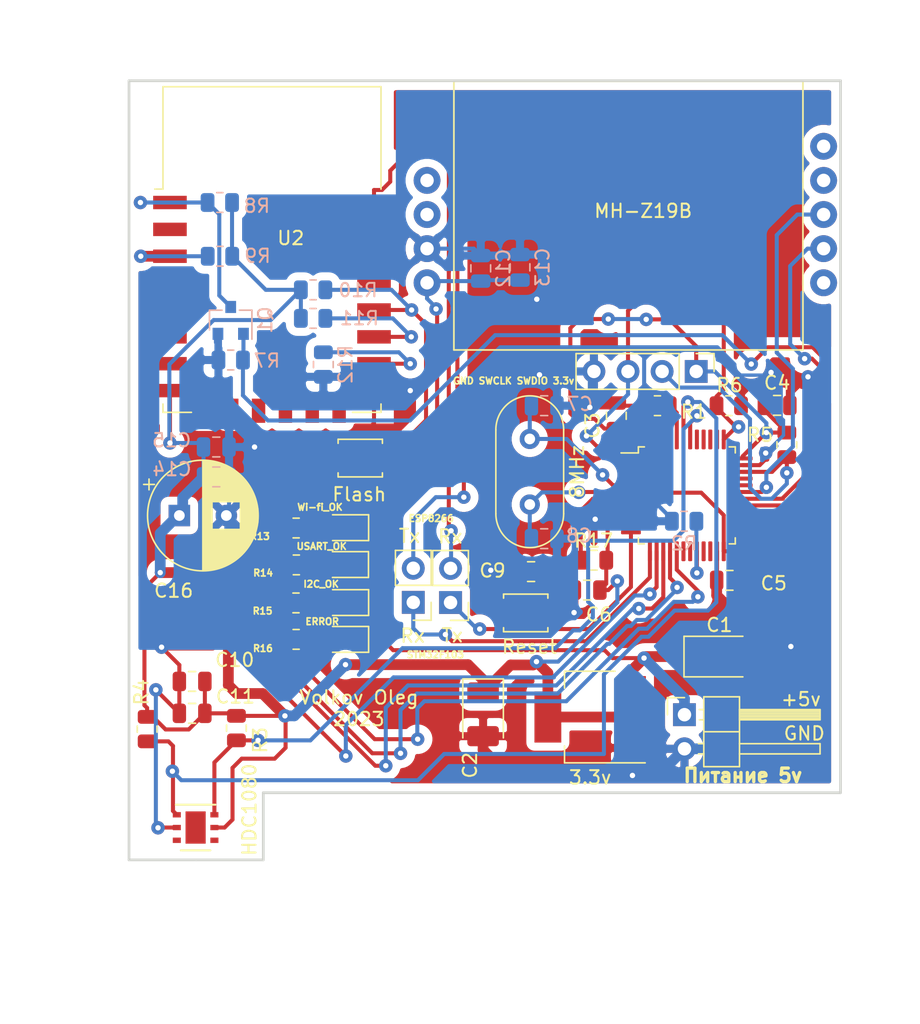
<source format=kicad_pcb>
(kicad_pcb (version 20171130) (host pcbnew "(5.1.12)-1")
  (layers (0 F.Cu signal) (31 B.Cu signal) (34 B.Paste user) (35 F.Paste user) (36 B.SilkS user) (37 F.SilkS user) (38 B.Mask user) (39 F.Mask user) (44 Edge.Cuts user))
  (net 0 "")
  (net 1 5v)
  (net 2 GND)
  (net 3 3.3v)
  (net 4 PD0)
  (net 5 PD1)
  (net 6 PA13)
  (net 7 PA14)
  (net 8 USART2_Rx)
  (net 9 ESP_UART_Tx)
  (net 10 ESP_UART_Rx)
  (net 11 USART2_Tx)
  (net 12 "Net-(Q1-Pad3)")
  (net 13 BOOT0)
  (net 14 BOOT1)
  (net 15 I2C1_SCL)
  (net 16 I2C1_SDA)
  (net 17 "Net-(R9-Pad1)")
  (net 18 "Net-(R11-Pad1)")
  (net 19 "Net-(R12-Pad2)")
  (net 20 WiFi_ok)
  (net 21 USART1_ok)
  (net 22 I2C_ok)
  (net 23 Error)
  (net 24 "Net-(U1-Pad1)")
  (net 25 "Net-(U1-Pad2)")
  (net 26 "Net-(U1-Pad3)")
  (net 27 "Net-(U1-Pad4)")
  (net 28 "Net-(U1-Pad10)")
  (net 29 "Net-(U1-Pad11)")
  (net 30 "Net-(U1-Pad18)")
  (net 31 "Net-(U1-Pad19)")
  (net 32 "Net-(U1-Pad21)")
  (net 33 "Net-(U1-Pad22)")
  (net 34 "Net-(U1-Pad25)")
  (net 35 "Net-(U1-Pad26)")
  (net 36 "Net-(U1-Pad27)")
  (net 37 "Net-(U1-Pad28)")
  (net 38 USART1_Tx)
  (net 39 USART1_Rx)
  (net 40 "Net-(U1-Pad32)")
  (net 41 "Net-(U1-Pad33)")
  (net 42 "Net-(U1-Pad38)")
  (net 43 "Net-(U1-Pad39)")
  (net 44 "Net-(U1-Pad40)")
  (net 45 "Net-(U1-Pad41)")
  (net 46 "Net-(U1-Pad45)")
  (net 47 "Net-(U1-Pad46)")
  (net 48 "Net-(U2-Pad2)")
  (net 49 "Net-(U2-Pad4)")
  (net 50 "Net-(U2-Pad5)")
  (net 51 "Net-(U2-Pad6)")
  (net 52 "Net-(U2-Pad7)")
  (net 53 "Net-(U2-Pad9)")
  (net 54 "Net-(U2-Pad10)")
  (net 55 "Net-(U2-Pad11)")
  (net 56 "Net-(U2-Pad12)")
  (net 57 "Net-(U2-Pad13)")
  (net 58 "Net-(U2-Pad14)")
  (net 59 "Net-(U2-Pad19)")
  (net 60 "Net-(U2-Pad20)")
  (net 61 NRST)
  (net 62 "Net-(D1-Pad2)")
  (net 63 "Net-(D2-Pad2)")
  (net 64 "Net-(D3-Pad2)")
  (net 65 "Net-(D4-Pad2)")
  (net 66 ESP8266_Reset)
  (net 67 "Net-(Flash1-Pad2)")
  (net 68 "Net-(HDC1080-Pad7)")
  (net 69 "Net-(HDC1080-Pad3)")
  (net 70 "Net-(HDC1080-Pad4)")
  (module Capacitor_Tantalum_SMD:CP_EIA-3528-21_Kemet-B_Pad1.50x2.35mm_HandSolder (layer F.Cu) (at 125.885 107.585 270)
    (fp_text reference C2 (at 3.795 0.975 90) (layer F.SilkS))
    (fp_text value 47u)
    (pad 2 smd roundrect (at 1.625 0 270) (size 1.5 2.35) (layers F.Cu F.Paste F.Mask) (roundrect_rratio 0.166667) (net 2 GND))
    (pad 1 smd roundrect (at -1.625 0 270) (size 1.5 2.35) (layers F.Cu F.Paste F.Mask) (roundrect_rratio 0.166667) (net 3 3.3v))
  )
  (module Capacitor_Tantalum_SMD:CP_EIA-3528-21_Kemet-B_Pad1.50x2.35mm_HandSolder (layer F.Cu) (at 143.485 103.285)
    (fp_text reference C1 (at 0 -2.35) (layer F.SilkS))
    (fp_text value 47u)
    (pad 2 smd roundrect (at 1.625 0) (size 1.5 2.35) (layers F.Cu F.Paste F.Mask) (roundrect_rratio 0.166667) (net 2 GND))
    (pad 1 smd roundrect (at -1.625 0) (size 1.5 2.35) (layers F.Cu F.Paste F.Mask) (roundrect_rratio 0.166667) (net 1 5v))
  )
  (module Capacitor_THT:CP_Radial_D8.0mm_P3.50mm (layer F.Cu) (at 103.26 92.785)
    (fp_text reference C16 (at -0.425 5.6) (layer F.SilkS))
    (fp_text value 100uF)
    (pad 2 thru_hole circle (at 3.5 0) (size 1.6 1.6) (drill 0.8) (layers *.Cu *.Mask) (net 2 GND))
    (pad 1 thru_hole rect (at 0 0) (size 1.6 1.6) (drill 0.8) (layers *.Cu *.Mask) (net 3 3.3v))
  )
  (module LED_SMD:LED_0805_2012Metric (layer F.Cu) (at 115.6725 102.005 180)
    (fp_text reference ERROR (at 1.7725 1.325) (layer F.SilkS) (effects (font (size 0.5 0.5) (thickness 0.125))))
    (fp_text value LED)
    (pad 2 smd roundrect (at 0.9375 0 180) (size 0.975 1.4) (layers F.Cu F.Paste F.Mask) (net 65 "Net-(D4-Pad2)"))
    (pad 1 smd roundrect (at -0.9375 0 180) (size 0.975 1.4) (layers F.Cu F.Paste F.Mask) (net 2 GND))
  )
  (module LED_SMD:LED_0805_2012Metric (layer F.Cu) (at 115.6725 99.265 180)
    (fp_text reference I2C_OK (at 1.8525 1.375) (layer F.SilkS) (effects (font (size 0.5 0.5) (thickness 0.125))))
    (fp_text value LED)
    (pad 2 smd roundrect (at 0.9375 0 180) (size 0.975 1.4) (layers F.Cu F.Paste F.Mask) (net 64 "Net-(D3-Pad2)"))
    (pad 1 smd roundrect (at -0.9375 0 180) (size 0.975 1.4) (layers F.Cu F.Paste F.Mask) (net 2 GND))
  )
  (module LED_SMD:LED_0805_2012Metric (layer F.Cu) (at 115.6625 96.435 180)
    (fp_text reference USART_OK (at 1.8025 1.355) (layer F.SilkS) (effects (font (size 0.5 0.5) (thickness 0.125))))
    (fp_text value LED)
    (pad 2 smd roundrect (at 0.9375 0 180) (size 0.975 1.4) (layers F.Cu F.Paste F.Mask) (net 63 "Net-(D2-Pad2)"))
    (pad 1 smd roundrect (at -0.9375 0 180) (size 0.975 1.4) (layers F.Cu F.Paste F.Mask) (net 2 GND))
  )
  (module LED_SMD:LED_0805_2012Metric (layer F.Cu) (at 115.6725 93.69 180)
    (fp_text reference Wi-fi_OK (at 1.9375 1.525) (layer F.SilkS) (effects (font (size 0.5 0.5) (thickness 0.125))))
    (fp_text value LED)
    (pad 2 smd roundrect (at 0.9375 0 180) (size 0.975 1.4) (layers F.Cu F.Paste F.Mask) (net 62 "Net-(D1-Pad2)"))
    (pad 1 smd roundrect (at -0.9375 0 180) (size 0.975 1.4) (layers F.Cu F.Paste F.Mask) (net 2 GND))
  )
  (module Resistor_SMD:R_0805_2012Metric (layer F.Cu) (at 134.1475 96.11 180)
    (fp_text reference R17 (at 0.0375 1.45 180) (layer F.SilkS))
    (fp_text value 10k)
    (pad 2 smd roundrect (at 0.9125 0 180) (size 1.025 1.4) (layers F.Cu F.Paste F.Mask) (roundrect_rratio 0.243902) (net 61 NRST))
    (pad 1 smd roundrect (at -0.9125 0 180) (size 1.025 1.4) (layers F.Cu F.Paste F.Mask) (roundrect_rratio 0.243902) (net 3 3.3v))
  )
  (module Capacitor_SMD:C_0805_2012Metric (layer F.Cu) (at 135.81 85.36 90)
    (fp_text reference C3 (at -0.725 -1.775 90) (layer F.SilkS))
    (fp_text value 0.1u)
    (pad 2 smd roundrect (at 0.95 0 90) (size 1 1.45) (layers F.Cu F.Paste F.Mask) (net 2 GND))
    (pad 1 smd roundrect (at -0.95 0 90) (size 1 1.45) (layers F.Cu F.Paste F.Mask) (net 3 3.3v))
  )
  (module Capacitor_SMD:C_0805_2012Metric (layer F.Cu) (at 147.785 84.585)
    (fp_text reference C4 (at 0 -1.68) (layer F.SilkS))
    (fp_text value 0.1u)
    (pad 1 smd roundrect (at -0.95 0) (size 1 1.45) (layers F.Cu F.Paste F.Mask) (net 3 3.3v))
    (pad 2 smd roundrect (at 0.95 0) (size 1 1.45) (layers F.Cu F.Paste F.Mask) (net 2 GND))
  )
  (module Capacitor_SMD:C_0805_2012Metric (layer F.Cu) (at 144.235 97.61 180)
    (fp_text reference C5 (at -3.3 -0.225) (layer F.SilkS))
    (fp_text value 0.1u)
    (pad 2 smd roundrect (at 0.95 0 180) (size 1 1.45) (layers F.Cu F.Paste F.Mask) (net 2 GND))
    (pad 1 smd roundrect (at -0.95 0 180) (size 1 1.45) (layers F.Cu F.Paste F.Mask) (net 3 3.3v))
  )
  (module Capacitor_SMD:C_0805_2012Metric (layer F.Cu) (at 133.635 98.335 180)
    (fp_text reference C6 (at -0.875 -1.825) (layer F.SilkS))
    (fp_text value 0.1u)
    (pad 1 smd roundrect (at -0.95 0 180) (size 1 1.45) (layers F.Cu F.Paste F.Mask) (net 3 3.3v))
    (pad 2 smd roundrect (at 0.95 0 180) (size 1 1.45) (layers F.Cu F.Paste F.Mask) (net 2 GND))
  )
  (module Capacitor_SMD:C_0805_2012Metric (layer B.Cu) (at 130.435 84.61)
    (fp_text reference C7 (at 2.65 -0.125) (layer B.SilkS) (effects (justify mirror)))
    (fp_text value 30pF)
    (pad 2 smd roundrect (at 0.95 0) (size 1 1.45) (layers B.Cu B.Paste B.Mask) (net 2 GND))
    (pad 1 smd roundrect (at -0.95 0) (size 1 1.45) (layers B.Cu B.Paste B.Mask) (net 4 PD0))
  )
  (module Capacitor_SMD:C_0805_2012Metric (layer B.Cu) (at 130.435 94.51)
    (fp_text reference C8 (at 2.6 -0.225) (layer B.SilkS) (effects (justify mirror)))
    (fp_text value 30pF)
    (pad 1 smd roundrect (at -0.95 0) (size 1 1.45) (layers B.Cu B.Paste B.Mask) (net 5 PD1))
    (pad 2 smd roundrect (at 0.95 0) (size 1 1.45) (layers B.Cu B.Paste B.Mask) (net 2 GND))
  )
  (module Capacitor_SMD:C_0805_2012Metric (layer F.Cu) (at 129.46 96.96)
    (fp_text reference C9 (at -2.875 -0.075) (layer F.SilkS))
    (fp_text value 0.1u)
    (pad 2 smd roundrect (at 0.95 0) (size 1 1.45) (layers F.Cu F.Paste F.Mask) (net 61 NRST))
    (pad 1 smd roundrect (at -0.95 0) (size 1 1.45) (layers F.Cu F.Paste F.Mask) (net 2 GND))
  )
  (module Capacitor_SMD:C_0805_2012Metric (layer F.Cu) (at 104.21 105.135 180)
    (fp_text reference C10 (at -3.175 1.6) (layer F.SilkS))
    (fp_text value 10u)
    (pad 2 smd roundrect (at 0.95 0 180) (size 1 1.45) (layers F.Cu F.Paste F.Mask) (net 2 GND))
    (pad 1 smd roundrect (at -0.95 0 180) (size 1 1.45) (layers F.Cu F.Paste F.Mask) (net 3 3.3v))
  )
  (module Capacitor_SMD:C_0805_2012Metric (layer F.Cu) (at 104.21 107.51 180)
    (fp_text reference C11 (at -3.225 1.25) (layer F.SilkS))
    (fp_text value 0.1u)
    (pad 1 smd roundrect (at -0.95 0 180) (size 1 1.45) (layers F.Cu F.Paste F.Mask) (net 3 3.3v))
    (pad 2 smd roundrect (at 0.95 0 180) (size 1 1.45) (layers F.Cu F.Paste F.Mask) (net 2 GND))
  )
  (module Capacitor_SMD:C_0805_2012Metric (layer B.Cu) (at 125.71 74.385 90)
    (fp_text reference C12 (at 0 1.68 90) (layer B.SilkS) (effects (justify mirror)))
    (fp_text value 0.1u)
    (pad 2 smd roundrect (at 0.95 0 90) (size 1 1.45) (layers B.Cu B.Paste B.Mask) (net 2 GND))
    (pad 1 smd roundrect (at -0.95 0 90) (size 1 1.45) (layers B.Cu B.Paste B.Mask) (net 1 5v))
  )
  (module Capacitor_SMD:C_0805_2012Metric (layer B.Cu) (at 128.635 74.31 90)
    (fp_text reference C13 (at 0 1.68 90) (layer B.SilkS) (effects (justify mirror)))
    (fp_text value 10u)
    (pad 1 smd roundrect (at -0.95 0 90) (size 1 1.45) (layers B.Cu B.Paste B.Mask) (net 1 5v))
    (pad 2 smd roundrect (at 0.95 0 90) (size 1 1.45) (layers B.Cu B.Paste B.Mask) (net 2 GND))
  )
  (module Capacitor_SMD:C_0805_2012Metric (layer B.Cu) (at 106.01 89.91 180)
    (fp_text reference C14 (at 3.3 0.575) (layer B.SilkS) (effects (justify mirror)))
    (fp_text value 10u)
    (pad 1 smd roundrect (at -0.95 0 180) (size 1 1.45) (layers B.Cu B.Paste B.Mask) (net 2 GND))
    (pad 2 smd roundrect (at 0.95 0 180) (size 1 1.45) (layers B.Cu B.Paste B.Mask) (net 3 3.3v))
  )
  (module Capacitor_SMD:C_0805_2012Metric (layer B.Cu) (at 106.01 87.685)
    (fp_text reference C15 (at -3.325 -0.5) (layer B.SilkS) (effects (justify mirror)))
    (fp_text value 0.1u)
    (pad 1 smd roundrect (at -0.95 0) (size 1 1.45) (layers B.Cu B.Paste B.Mask) (net 3 3.3v))
    (pad 2 smd roundrect (at 0.95 0) (size 1 1.45) (layers B.Cu B.Paste B.Mask) (net 2 GND))
  )
  (module Connector_PinHeader_2.54mm:PinHeader_1x04_P2.54mm_Vertical (layer F.Cu) (at 141.76 82.06 270)
    (fp_text reference J1 hide)
    (fp_text value Debug)
    (pad 1 thru_hole rect (at 0 0 270) (size 1.7 1.7) (drill 1) (layers *.Cu *.Mask) (net 3 3.3v))
    (pad 2 thru_hole oval (at 0 2.54 270) (size 1.7 1.7) (drill 1) (layers *.Cu *.Mask) (net 6 PA13))
    (pad 3 thru_hole oval (at 0 5.08 270) (size 1.7 1.7) (drill 1) (layers *.Cu *.Mask) (net 7 PA14))
    (pad 4 thru_hole oval (at 0 7.62 270) (size 1.7 1.7) (drill 1) (layers *.Cu *.Mask) (net 2 GND))
  )
  (module Connector_PinHeader_2.54mm:PinHeader_1x02_P2.54mm_Vertical (layer F.Cu) (at 120.685 99.25 180)
    (fp_text reference Rx (at 0.05 -2.485) (layer F.SilkS))
    (fp_text value Rx)
    (pad 1 thru_hole rect (at 0 0 180) (size 1.7 1.7) (drill 1) (layers *.Cu *.Mask) (net 8 USART2_Rx))
    (pad 2 thru_hole oval (at 0 2.54 180) (size 1.7 1.7) (drill 1) (layers *.Cu *.Mask) (net 9 ESP_UART_Tx))
  )
  (module Connector_PinHeader_2.54mm:PinHeader_1x02_P2.54mm_Vertical (layer F.Cu) (at 123.46 99.26 180)
    (fp_text reference Tx (at -0.125 -2.45) (layer F.SilkS))
    (fp_text value Conn_01x02_Male)
    (pad 2 thru_hole oval (at 0 2.54 180) (size 1.7 1.7) (drill 1) (layers *.Cu *.Mask) (net 10 ESP_UART_Rx))
    (pad 1 thru_hole rect (at 0 0 180) (size 1.7 1.7) (drill 1) (layers *.Cu *.Mask) (net 11 USART2_Tx))
  )
  (module Connector_PinHeader_2.54mm:PinHeader_1x02_P2.54mm_Horizontal (layer F.Cu) (at 140.885 107.61)
    (fp_text reference J4 hide)
    (fp_text value Питание)
    (pad 1 thru_hole rect (at 0 0) (size 1.7 1.7) (drill 1) (layers *.Cu *.Mask) (net 1 5v))
    (pad 2 thru_hole oval (at 0 2.54) (size 1.7 1.7) (drill 1) (layers *.Cu *.Mask) (net 2 GND))
  )
  (module Package_TO_SOT_SMD:SOT-23 (layer B.Cu) (at 107.085 78.26 90)
    (fp_text reference Q1 (at 0.025 2.575 90) (layer B.SilkS) (effects (justify mirror)))
    (fp_text value IRLML0060)
    (pad 1 smd rect (at -1 0.95 90) (size 0.9 0.8) (layers B.Cu B.Paste B.Mask) (net 66 ESP8266_Reset))
    (pad 2 smd rect (at -1 -0.95 90) (size 0.9 0.8) (layers B.Cu B.Paste B.Mask) (net 2 GND))
    (pad 3 smd rect (at 1 0 90) (size 0.9 0.8) (layers B.Cu B.Paste B.Mask) (net 12 "Net-(Q1-Pad3)"))
  )
  (module Resistor_SMD:R_0805_2012Metric (layer F.Cu) (at 138.8725 84.61)
    (fp_text reference R1 (at 2.7125 0.45) (layer F.SilkS))
    (fp_text value 10k)
    (pad 2 smd roundrect (at 0.9125 0) (size 1.025 1.4) (layers F.Cu F.Paste F.Mask) (roundrect_rratio 0.243902) (net 13 BOOT0))
    (pad 1 smd roundrect (at -0.9125 0) (size 1.025 1.4) (layers F.Cu F.Paste F.Mask) (roundrect_rratio 0.243902) (net 2 GND))
  )
  (module Resistor_SMD:R_0805_2012Metric (layer B.Cu) (at 140.86 93.21)
    (fp_text reference R2 (at 0 1.65) (layer B.SilkS) (effects (justify mirror)))
    (fp_text value 10k)
    (pad 1 smd roundrect (at -0.9125 0) (size 1.025 1.4) (layers B.Cu B.Paste B.Mask) (roundrect_rratio 0.243902) (net 2 GND))
    (pad 2 smd roundrect (at 0.9125 0) (size 1.025 1.4) (layers B.Cu B.Paste B.Mask) (roundrect_rratio 0.243902) (net 14 BOOT1))
  )
  (module Resistor_SMD:R_0805_2012Metric (layer F.Cu) (at 107.51 108.61 270)
    (fp_text reference R3 (at 0.9 -1.775 90) (layer F.SilkS))
    (fp_text value 4.7k)
    (pad 1 smd roundrect (at -0.9125 0 270) (size 1.025 1.4) (layers F.Cu F.Paste F.Mask) (roundrect_rratio 0.243902) (net 3 3.3v))
    (pad 2 smd roundrect (at 0.9125 0 270) (size 1.025 1.4) (layers F.Cu F.Paste F.Mask) (roundrect_rratio 0.243902) (net 15 I2C1_SCL))
  )
  (module Resistor_SMD:R_0805_2012Metric (layer F.Cu) (at 100.86 108.685 270)
    (fp_text reference R4 (at -2.75 0.425 90) (layer F.SilkS))
    (fp_text value 4.7k)
    (pad 2 smd roundrect (at 0.9125 0 270) (size 1.025 1.4) (layers F.Cu F.Paste F.Mask) (roundrect_rratio 0.243902) (net 16 I2C1_SDA))
    (pad 1 smd roundrect (at -0.9125 0 270) (size 1.025 1.4) (layers F.Cu F.Paste F.Mask) (roundrect_rratio 0.243902) (net 3 3.3v))
  )
  (module Resistor_SMD:R_0805_2012Metric (layer F.Cu) (at 148.51 87.5225 270)
    (fp_text reference R5 (at -0.7375 2 180) (layer F.SilkS))
    (fp_text value 10k)
    (pad 2 smd roundrect (at 0.9125 0 270) (size 1.025 1.4) (layers F.Cu F.Paste F.Mask) (roundrect_rratio 0.243902) (net 6 PA13))
    (pad 1 smd roundrect (at -0.9125 0 270) (size 1.025 1.4) (layers F.Cu F.Paste F.Mask) (roundrect_rratio 0.243902) (net 3 3.3v))
  )
  (module Resistor_SMD:R_0805_2012Metric (layer F.Cu) (at 144.185 84.61)
    (fp_text reference R6 (at 0.05 -1.525) (layer F.SilkS))
    (fp_text value 10k)
    (pad 1 smd roundrect (at -0.9125 0) (size 1.025 1.4) (layers F.Cu F.Paste F.Mask) (roundrect_rratio 0.243902) (net 7 PA14))
    (pad 2 smd roundrect (at 0.9125 0) (size 1.025 1.4) (layers F.Cu F.Paste F.Mask) (roundrect_rratio 0.243902) (net 2 GND))
  )
  (module Resistor_SMD:R_0805_2012Metric (layer B.Cu) (at 107.085 81.21 180)
    (fp_text reference R7 (at -2.7 -0.05) (layer B.SilkS) (effects (justify mirror)))
    (fp_text value 4.7k)
    (pad 2 smd roundrect (at 0.9125 0 180) (size 1.025 1.4) (layers B.Cu B.Paste B.Mask) (roundrect_rratio 0.243902) (net 2 GND))
    (pad 1 smd roundrect (at -0.9125 0 180) (size 1.025 1.4) (layers B.Cu B.Paste B.Mask) (roundrect_rratio 0.243902) (net 66 ESP8266_Reset))
  )
  (module Resistor_SMD:R_0805_2012Metric (layer B.Cu) (at 106.2725 69.485)
    (fp_text reference R8 (at 2.7625 0.25) (layer B.SilkS) (effects (justify mirror)))
    (fp_text value 10k)
    (pad 1 smd roundrect (at -0.9125 0) (size 1.025 1.4) (layers B.Cu B.Paste B.Mask) (roundrect_rratio 0.243902) (net 12 "Net-(Q1-Pad3)"))
    (pad 2 smd roundrect (at 0.9125 0) (size 1.025 1.4) (layers B.Cu B.Paste B.Mask) (roundrect_rratio 0.243902) (net 3 3.3v))
  )
  (module Resistor_SMD:R_0805_2012Metric (layer B.Cu) (at 106.285 73.485)
    (fp_text reference R9 (at 2.8 -0.025) (layer B.SilkS) (effects (justify mirror)))
    (fp_text value 10k)
    (pad 2 smd roundrect (at 0.9125 0) (size 1.025 1.4) (layers B.Cu B.Paste B.Mask) (roundrect_rratio 0.243902) (net 3 3.3v))
    (pad 1 smd roundrect (at -0.9125 0) (size 1.025 1.4) (layers B.Cu B.Paste B.Mask) (roundrect_rratio 0.243902) (net 17 "Net-(R9-Pad1)"))
  )
  (module Resistor_SMD:R_0805_2012Metric (layer B.Cu) (at 113.2225 75.985)
    (fp_text reference R10 (at 3.3475 0.025) (layer B.SilkS) (effects (justify mirror)))
    (fp_text value 10k)
    (pad 1 smd roundrect (at -0.9125 0) (size 1.025 1.4) (layers B.Cu B.Paste B.Mask) (roundrect_rratio 0.243902) (net 3 3.3v))
    (pad 2 smd roundrect (at 0.9125 0) (size 1.025 1.4) (layers B.Cu B.Paste B.Mask) (roundrect_rratio 0.243902) (net 67 "Net-(Flash1-Pad2)"))
  )
  (module Resistor_SMD:R_0805_2012Metric (layer B.Cu) (at 113.2225 78.11 180)
    (fp_text reference R11 (at -3.4475 0.01) (layer B.SilkS) (effects (justify mirror)))
    (fp_text value 10k)
    (pad 2 smd roundrect (at 0.9125 0 180) (size 1.025 1.4) (layers B.Cu B.Paste B.Mask) (roundrect_rratio 0.243902) (net 3 3.3v))
    (pad 1 smd roundrect (at -0.9125 0 180) (size 1.025 1.4) (layers B.Cu B.Paste B.Mask) (roundrect_rratio 0.243902) (net 18 "Net-(R11-Pad1)"))
  )
  (module Resistor_SMD:R_0805_2012Metric (layer B.Cu) (at 113.985 81.5475 90)
    (fp_text reference R12 (at 0 1.65 270) (layer B.SilkS) (effects (justify mirror)))
    (fp_text value 10k)
    (pad 1 smd roundrect (at -0.9125 0 90) (size 1.025 1.4) (layers B.Cu B.Paste B.Mask) (roundrect_rratio 0.243902) (net 2 GND))
    (pad 2 smd roundrect (at 0.9125 0 90) (size 1.025 1.4) (layers B.Cu B.Paste B.Mask) (roundrect_rratio 0.243902) (net 19 "Net-(R12-Pad2)"))
  )
  (module Resistor_SMD:R_0805_2012Metric (layer F.Cu) (at 111.96 93.715 180)
    (fp_text reference R13 (at 2.7 -0.625) (layer F.SilkS) (effects (font (size 0.5 0.5) (thickness 0.125))))
    (fp_text value 1k)
    (pad 1 smd roundrect (at -0.9125 0 180) (size 1.025 1.4) (layers F.Cu F.Paste F.Mask) (roundrect_rratio 0.243902) (net 62 "Net-(D1-Pad2)"))
    (pad 2 smd roundrect (at 0.9125 0 180) (size 1.025 1.4) (layers F.Cu F.Paste F.Mask) (roundrect_rratio 0.243902) (net 20 WiFi_ok))
  )
  (module Resistor_SMD:R_0805_2012Metric (layer F.Cu) (at 111.975 96.46 180)
    (fp_text reference R14 (at 2.475 -0.6) (layer F.SilkS) (effects (font (size 0.5 0.5) (thickness 0.125))))
    (fp_text value 1k)
    (pad 2 smd roundrect (at 0.9125 0 180) (size 1.025 1.4) (layers F.Cu F.Paste F.Mask) (roundrect_rratio 0.243902) (net 21 USART1_ok))
    (pad 1 smd roundrect (at -0.9125 0 180) (size 1.025 1.4) (layers F.Cu F.Paste F.Mask) (roundrect_rratio 0.243902) (net 63 "Net-(D2-Pad2)"))
  )
  (module Resistor_SMD:R_0805_2012Metric (layer F.Cu) (at 111.9475 99.29 180)
    (fp_text reference R15 (at 2.4875 -0.6) (layer F.SilkS) (effects (font (size 0.5 0.5) (thickness 0.125))))
    (fp_text value 1k)
    (pad 1 smd roundrect (at -0.9125 0 180) (size 1.025 1.4) (layers F.Cu F.Paste F.Mask) (roundrect_rratio 0.243902) (net 64 "Net-(D3-Pad2)"))
    (pad 2 smd roundrect (at 0.9125 0 180) (size 1.025 1.4) (layers F.Cu F.Paste F.Mask) (roundrect_rratio 0.243902) (net 22 I2C_ok))
  )
  (module Resistor_SMD:R_0805_2012Metric (layer F.Cu) (at 111.96 102.005 180)
    (fp_text reference R16 (at 2.475 -0.675) (layer F.SilkS) (effects (font (size 0.5 0.5) (thickness 0.125))))
    (fp_text value 1k)
    (pad 2 smd roundrect (at 0.9125 0 180) (size 1.025 1.4) (layers F.Cu F.Paste F.Mask) (roundrect_rratio 0.243902) (net 23 Error))
    (pad 1 smd roundrect (at -0.9125 0 180) (size 1.025 1.4) (layers F.Cu F.Paste F.Mask) (roundrect_rratio 0.243902) (net 65 "Net-(D4-Pad2)"))
  )
  (module Button_Switch_SMD:SW_SPST_B3U-1000P (layer F.Cu) (at 129.06 100.035)
    (fp_text reference Reset (at 0.275 2.525) (layer F.SilkS))
    (fp_text value Reset)
    (pad 1 smd rect (at -1.7 0) (size 0.9 1.7) (layers F.Cu F.Paste F.Mask) (net 2 GND))
    (pad 2 smd rect (at 1.7 0) (size 0.9 1.7) (layers F.Cu F.Paste F.Mask) (net 61 NRST))
  )
  (module Button_Switch_SMD:SW_SPST_B3U-1000P (layer F.Cu) (at 116.735 88.51)
    (fp_text reference Flash (at -0.075 2.7) (layer F.SilkS))
    (fp_text value flash)
    (pad 2 smd rect (at 1.7 0) (size 0.9 1.7) (layers F.Cu F.Paste F.Mask) (net 67 "Net-(Flash1-Pad2)"))
    (pad 1 smd rect (at -1.7 0) (size 0.9 1.7) (layers F.Cu F.Paste F.Mask) (net 2 GND))
  )
  (module Package_QFP:LQFP-48_7x7mm_P0.5mm (layer F.Cu) (at 141.06 91.285)
    (fp_text reference U1 hide)
    (fp_text value STM32F103C8Tx)
    (pad 1 smd roundrect (at -4.1625 -2.75) (size 1.475 0.3) (layers F.Cu F.Paste F.Mask) (net 24 "Net-(U1-Pad1)"))
    (pad 2 smd roundrect (at -4.1625 -2.25) (size 1.475 0.3) (layers F.Cu F.Paste F.Mask) (net 25 "Net-(U1-Pad2)"))
    (pad 3 smd roundrect (at -4.1625 -1.75) (size 1.475 0.3) (layers F.Cu F.Paste F.Mask) (net 26 "Net-(U1-Pad3)"))
    (pad 4 smd roundrect (at -4.1625 -1.25) (size 1.475 0.3) (layers F.Cu F.Paste F.Mask) (net 27 "Net-(U1-Pad4)"))
    (pad 5 smd roundrect (at -4.1625 -0.75) (size 1.475 0.3) (layers F.Cu F.Paste F.Mask) (net 4 PD0))
    (pad 6 smd roundrect (at -4.1625 -0.25) (size 1.475 0.3) (layers F.Cu F.Paste F.Mask) (net 5 PD1))
    (pad 7 smd roundrect (at -4.1625 0.25) (size 1.475 0.3) (layers F.Cu F.Paste F.Mask) (net 61 NRST))
    (pad 8 smd roundrect (at -4.1625 0.75) (size 1.475 0.3) (layers F.Cu F.Paste F.Mask) (net 2 GND))
    (pad 9 smd roundrect (at -4.1625 1.25) (size 1.475 0.3) (layers F.Cu F.Paste F.Mask) (net 3 3.3v))
    (pad 10 smd roundrect (at -4.1625 1.75) (size 1.475 0.3) (layers F.Cu F.Paste F.Mask) (net 28 "Net-(U1-Pad10)"))
    (pad 11 smd roundrect (at -4.1625 2.25) (size 1.475 0.3) (layers F.Cu F.Paste F.Mask) (net 29 "Net-(U1-Pad11)"))
    (pad 12 smd roundrect (at -4.1625 2.75) (size 1.475 0.3) (layers F.Cu F.Paste F.Mask) (net 11 USART2_Tx))
    (pad 13 smd roundrect (at -2.75 4.1625) (size 0.3 1.475) (layers F.Cu F.Paste F.Mask) (net 8 USART2_Rx))
    (pad 14 smd roundrect (at -2.25 4.1625) (size 0.3 1.475) (layers F.Cu F.Paste F.Mask) (net 20 WiFi_ok))
    (pad 15 smd roundrect (at -1.75 4.1625) (size 0.3 1.475) (layers F.Cu F.Paste F.Mask) (net 21 USART1_ok))
    (pad 16 smd roundrect (at -1.25 4.1625) (size 0.3 1.475) (layers F.Cu F.Paste F.Mask) (net 22 I2C_ok))
    (pad 17 smd roundrect (at -0.75 4.1625) (size 0.3 1.475) (layers F.Cu F.Paste F.Mask) (net 23 Error))
    (pad 18 smd roundrect (at -0.25 4.1625) (size 0.3 1.475) (layers F.Cu F.Paste F.Mask) (net 30 "Net-(U1-Pad18)"))
    (pad 19 smd roundrect (at 0.25 4.1625) (size 0.3 1.475) (layers F.Cu F.Paste F.Mask) (net 31 "Net-(U1-Pad19)"))
    (pad 20 smd roundrect (at 0.75 4.1625) (size 0.3 1.475) (layers F.Cu F.Paste F.Mask) (net 14 BOOT1))
    (pad 21 smd roundrect (at 1.25 4.1625) (size 0.3 1.475) (layers F.Cu F.Paste F.Mask) (net 32 "Net-(U1-Pad21)"))
    (pad 22 smd roundrect (at 1.75 4.1625) (size 0.3 1.475) (layers F.Cu F.Paste F.Mask) (net 33 "Net-(U1-Pad22)"))
    (pad 23 smd roundrect (at 2.25 4.1625) (size 0.3 1.475) (layers F.Cu F.Paste F.Mask) (net 2 GND))
    (pad 24 smd roundrect (at 2.75 4.1625) (size 0.3 1.475) (layers F.Cu F.Paste F.Mask) (net 3 3.3v))
    (pad 25 smd roundrect (at 4.1625 2.75) (size 1.475 0.3) (layers F.Cu F.Paste F.Mask) (net 34 "Net-(U1-Pad25)"))
    (pad 26 smd roundrect (at 4.1625 2.25) (size 1.475 0.3) (layers F.Cu F.Paste F.Mask) (net 35 "Net-(U1-Pad26)"))
    (pad 27 smd roundrect (at 4.1625 1.75) (size 1.475 0.3) (layers F.Cu F.Paste F.Mask) (net 36 "Net-(U1-Pad27)"))
    (pad 28 smd roundrect (at 4.1625 1.25) (size 1.475 0.3) (layers F.Cu F.Paste F.Mask) (net 37 "Net-(U1-Pad28)"))
    (pad 29 smd roundrect (at 4.1625 0.75) (size 1.475 0.3) (layers F.Cu F.Paste F.Mask) (net 66 ESP8266_Reset))
    (pad 30 smd roundrect (at 4.1625 0.25) (size 1.475 0.3) (layers F.Cu F.Paste F.Mask) (net 38 USART1_Tx))
    (pad 31 smd roundrect (at 4.1625 -0.25) (size 1.475 0.3) (layers F.Cu F.Paste F.Mask) (net 39 USART1_Rx))
    (pad 32 smd roundrect (at 4.1625 -0.75) (size 1.475 0.3) (layers F.Cu F.Paste F.Mask) (net 40 "Net-(U1-Pad32)"))
    (pad 33 smd roundrect (at 4.1625 -1.25) (size 1.475 0.3) (layers F.Cu F.Paste F.Mask) (net 41 "Net-(U1-Pad33)"))
    (pad 34 smd roundrect (at 4.1625 -1.75) (size 1.475 0.3) (layers F.Cu F.Paste F.Mask) (net 6 PA13))
    (pad 35 smd roundrect (at 4.1625 -2.25) (size 1.475 0.3) (layers F.Cu F.Paste F.Mask) (net 2 GND))
    (pad 36 smd roundrect (at 4.1625 -2.75) (size 1.475 0.3) (layers F.Cu F.Paste F.Mask) (net 3 3.3v))
    (pad 37 smd roundrect (at 2.75 -4.1625) (size 0.3 1.475) (layers F.Cu F.Paste F.Mask) (net 7 PA14))
    (pad 38 smd roundrect (at 2.25 -4.1625) (size 0.3 1.475) (layers F.Cu F.Paste F.Mask) (net 42 "Net-(U1-Pad38)"))
    (pad 39 smd roundrect (at 1.75 -4.1625) (size 0.3 1.475) (layers F.Cu F.Paste F.Mask) (net 43 "Net-(U1-Pad39)"))
    (pad 40 smd roundrect (at 1.25 -4.1625) (size 0.3 1.475) (layers F.Cu F.Paste F.Mask) (net 44 "Net-(U1-Pad40)"))
    (pad 41 smd roundrect (at 0.75 -4.1625) (size 0.3 1.475) (layers F.Cu F.Paste F.Mask) (net 45 "Net-(U1-Pad41)"))
    (pad 42 smd roundrect (at 0.25 -4.1625) (size 0.3 1.475) (layers F.Cu F.Paste F.Mask) (net 15 I2C1_SCL))
    (pad 43 smd roundrect (at -0.25 -4.1625) (size 0.3 1.475) (layers F.Cu F.Paste F.Mask) (net 16 I2C1_SDA))
    (pad 44 smd roundrect (at -0.75 -4.1625) (size 0.3 1.475) (layers F.Cu F.Paste F.Mask) (net 13 BOOT0))
    (pad 45 smd roundrect (at -1.25 -4.1625) (size 0.3 1.475) (layers F.Cu F.Paste F.Mask) (net 46 "Net-(U1-Pad45)"))
    (pad 46 smd roundrect (at -1.75 -4.1625) (size 0.3 1.475) (layers F.Cu F.Paste F.Mask) (net 47 "Net-(U1-Pad46)"))
    (pad 47 smd roundrect (at -2.25 -4.1625) (size 0.3 1.475) (layers F.Cu F.Paste F.Mask) (net 2 GND))
    (pad 48 smd roundrect (at -2.75 -4.1625) (size 0.3 1.475) (layers F.Cu F.Paste F.Mask) (net 3 3.3v))
  )
  (module RF_Module:ESP-12E (layer F.Cu) (at 110.16 72.985)
    (fp_text reference U2 (at 1.4 -0.85) (layer F.SilkS))
    (fp_text value ESP-12E)
    (pad 1 smd rect (at -7.6 -3.5) (size 2.5 1) (layers F.Cu F.Paste F.Mask) (net 12 "Net-(Q1-Pad3)"))
    (pad 2 smd rect (at -7.6 -1.5) (size 2.5 1) (layers F.Cu F.Paste F.Mask) (net 48 "Net-(U2-Pad2)"))
    (pad 3 smd rect (at -7.6 0.5) (size 2.5 1) (layers F.Cu F.Paste F.Mask) (net 17 "Net-(R9-Pad1)"))
    (pad 4 smd rect (at -7.6 2.5) (size 2.5 1) (layers F.Cu F.Paste F.Mask) (net 49 "Net-(U2-Pad4)"))
    (pad 5 smd rect (at -7.6 4.5) (size 2.5 1) (layers F.Cu F.Paste F.Mask) (net 50 "Net-(U2-Pad5)"))
    (pad 6 smd rect (at -7.6 6.5) (size 2.5 1) (layers F.Cu F.Paste F.Mask) (net 51 "Net-(U2-Pad6)"))
    (pad 7 smd rect (at -7.6 8.5) (size 2.5 1) (layers F.Cu F.Paste F.Mask) (net 52 "Net-(U2-Pad7)"))
    (pad 8 smd rect (at -7.6 10.5) (size 2.5 1) (layers F.Cu F.Paste F.Mask) (net 3 3.3v))
    (pad 9 smd rect (at -5 12) (size 1 1.8) (layers F.Cu F.Paste F.Mask) (net 53 "Net-(U2-Pad9)"))
    (pad 10 smd rect (at -3 12) (size 1 1.8) (layers F.Cu F.Paste F.Mask) (net 54 "Net-(U2-Pad10)"))
    (pad 11 smd rect (at -1 12) (size 1 1.8) (layers F.Cu F.Paste F.Mask) (net 55 "Net-(U2-Pad11)"))
    (pad 12 smd rect (at 1 12) (size 1 1.8) (layers F.Cu F.Paste F.Mask) (net 56 "Net-(U2-Pad12)"))
    (pad 13 smd rect (at 3 12) (size 1 1.8) (layers F.Cu F.Paste F.Mask) (net 57 "Net-(U2-Pad13)"))
    (pad 14 smd rect (at 5 12) (size 1 1.8) (layers F.Cu F.Paste F.Mask) (net 58 "Net-(U2-Pad14)"))
    (pad 15 smd rect (at 7.6 10.5) (size 2.5 1) (layers F.Cu F.Paste F.Mask) (net 2 GND))
    (pad 16 smd rect (at 7.6 8.5) (size 2.5 1) (layers F.Cu F.Paste F.Mask) (net 19 "Net-(R12-Pad2)"))
    (pad 17 smd rect (at 7.6 6.5) (size 2.5 1) (layers F.Cu F.Paste F.Mask) (net 18 "Net-(R11-Pad1)"))
    (pad 18 smd rect (at 7.6 4.5) (size 2.5 1) (layers F.Cu F.Paste F.Mask) (net 67 "Net-(Flash1-Pad2)"))
    (pad 19 smd rect (at 7.6 2.5) (size 2.5 1) (layers F.Cu F.Paste F.Mask) (net 59 "Net-(U2-Pad19)"))
    (pad 20 smd rect (at 7.6 0.5) (size 2.5 1) (layers F.Cu F.Paste F.Mask) (net 60 "Net-(U2-Pad20)"))
    (pad 21 smd rect (at 7.6 -1.5) (size 2.5 1) (layers F.Cu F.Paste F.Mask) (net 10 ESP_UART_Rx))
    (pad 22 smd rect (at 7.6 -3.5) (size 2.5 1) (layers F.Cu F.Paste F.Mask) (net 9 ESP_UART_Tx))
  )
  (module Package_SON:Texas_PWSON-N6 (layer F.Cu) (at 104.47 116.01)
    (fp_text reference HDC1080 (at 4.01 -1.33 90) (layer F.SilkS))
    (fp_text value HDC1080)
    (pad 7 smd rect (at 0 0) (size 1.5 2.4) (layers F.Cu F.Paste F.Mask) (net 68 "Net-(HDC1080-Pad7)"))
    (pad 1 smd rect (at -1.4 -0.95) (size 0.6 0.4) (layers F.Cu F.Paste F.Mask) (net 16 I2C1_SDA))
    (pad 2 smd rect (at -1.4 0) (size 0.6 0.4) (layers F.Cu F.Paste F.Mask) (net 2 GND))
    (pad 3 smd rect (at -1.4 0.95) (size 0.6 0.4) (layers F.Cu F.Paste F.Mask) (net 69 "Net-(HDC1080-Pad3)"))
    (pad 4 smd rect (at 1.4 0.95) (size 0.6 0.4) (layers F.Cu F.Paste F.Mask) (net 70 "Net-(HDC1080-Pad4)"))
    (pad 5 smd rect (at 1.4 0) (size 0.6 0.4) (layers F.Cu F.Paste F.Mask) (net 3 3.3v))
    (pad 6 smd rect (at 1.4 -0.95) (size 0.6 0.4) (layers F.Cu F.Paste F.Mask) (net 15 I2C1_SCL))
  )
  (module MH-Z19B-FOOT:MH-Z19B-FOOT (layer F.Cu) (at 121.71 75.46)
    (fp_text reference U4 hide)
    (fp_text value MH-Z19B (at 16.1 -5.35) (layer F.SilkS))
    (pad VIN thru_hole circle (at 0 0) (size 2 2) (drill 1) (layers *.Cu *.Mask) (net 1 5v))
    (pad GND thru_hole circle (at 0 -2.54) (size 2 2) (drill 1) (layers *.Cu *.Mask) (net 2 GND))
    (pad X@1 thru_hole circle (at 0 -5.08) (size 2 2) (drill 1) (layers *.Cu *.Mask))
    (pad X@2 thru_hole circle (at 0 -7.62) (size 2 2) (drill 1) (layers *.Cu *.Mask))
    (pad X@3 thru_hole circle (at 29.54 0) (size 2 2) (drill 1) (layers *.Cu *.Mask))
    (pad RX thru_hole circle (at 29.54 -2.54) (size 2 2) (drill 1) (layers *.Cu *.Mask) (net 38 USART1_Tx))
    (pad TX thru_hole circle (at 29.54 -5.08) (size 2 2) (drill 1) (layers *.Cu *.Mask) (net 39 USART1_Rx))
    (pad X@4 thru_hole circle (at 29.54 -7.62) (size 2 2) (drill 1) (layers *.Cu *.Mask))
    (pad XQ5 thru_hole circle (at 29.54 -10.16) (size 2 2) (drill 1) (layers *.Cu *.Mask))
  )
  (module Package_TO_SOT_SMD:SOT-223-3_TabPin2 (layer F.Cu) (at 133.86 107.785 180)
    (fp_text reference 3.3v (at 0 -4.5) (layer F.SilkS))
    (fp_text value AMS1117-3.3)
    (pad 2 smd rect (at 3.15 0 180) (size 2 3.8) (layers F.Cu F.Paste F.Mask) (net 3 3.3v))
    (pad 2 smd rect (at -3.15 0 180) (size 2 1.5) (layers F.Cu F.Paste F.Mask) (net 3 3.3v))
    (pad 3 smd rect (at -3.15 2.3 180) (size 2 1.5) (layers F.Cu F.Paste F.Mask) (net 1 5v))
    (pad 1 smd rect (at -3.15 -2.3 180) (size 2 1.5) (layers F.Cu F.Paste F.Mask) (net 2 GND))
  )
  (module Crystal:Crystal_HC49-U_Vertical (layer F.Cu) (at 129.36 87.085 270)
    (fp_text reference 8MHz (at 2.44 -3.525 90) (layer F.SilkS))
    (fp_text value 8MHz)
    (pad 1 thru_hole circle (at 0 0 270) (size 1.5 1.5) (drill 0.8) (layers *.Cu *.Mask) (net 4 PD0))
    (pad 2 thru_hole circle (at 4.88 0 270) (size 1.5 1.5) (drill 0.8) (layers *.Cu *.Mask) (net 5 PD1))
  )
  (gr_line (start 152.51 60.42) (end 99.51 60.42) (layer Edge.Cuts) (width 0.2))
  (gr_line (start 152.51 113.42) (end 152.51 60.42) (layer Edge.Cuts) (width 0.2))
  (gr_line (start 99.51 118.42) (end 104.51 118.42) (layer Edge.Cuts) (width 0.2))
  (gr_line (start 99.51 113.42) (end 99.51 118.42) (layer Edge.Cuts) (width 0.2))
  (gr_line (start 109.51 113.42) (end 152.51 113.42) (layer Edge.Cuts) (width 0.2))
  (gr_line (start 109.51 113.42) (end 109.51 118.42) (layer Edge.Cuts) (width 0.2))
  (gr_line (start 99.51 60.42) (end 99.51 113.42) (layer Edge.Cuts) (width 0.2))
  (gr_line (start 109.51 118.42) (end 104.51 118.42) (layer Edge.Cuts) (width 0.2))
  (gr_text "STM32F103\n" (at 122.33 103.15) (layer F.SilkS) (effects (font (size 0.5 0.5) (thickness 0.125))))
  (gr_text "ESP8266\n" (at 122.02 93) (layer F.SilkS) (effects (font (size 0.5 0.5) (thickness 0.125))))
  (gr_text Rx (at 123.44 94.35) (layer F.SilkS) (effects (font (size 1 1))))
  (gr_text Tx (at 120.4 94.31) (layer F.SilkS) (effects (font (size 1 1))))
  (gr_text "Volkov Oleg\n2023\n" (at 116.635 107.135) (layer F.SilkS) (effects (font (size 1 1))))
  (gr_text "GND SWCLK SWDIO 3.3v" (at 128.16 82.76) (layer F.SilkS) (effects (font (size 0.5 0.5) (thickness 0.125))))
  (gr_text GND (at 149.81 109.01) (layer F.SilkS) (effects (font (size 1 1))))
  (gr_text +5v (at 149.56 106.46) (layer F.SilkS) (effects (font (size 1 1))))
  (gr_text "Питание 5v" (at 145.235 112.135) (layer F.SilkS) (effects (font (size 1 1) (thickness 0.25))))
  (segment (start 125.785 75.26) (end 125.71 75.335) (width 0.3) (layer B.Cu) (net 1))
  (segment (start 128.635 75.26) (end 125.785 75.26) (width 0.3) (layer B.Cu) (net 1))
  (segment (start 121.835 75.335) (end 121.71 75.46) (width 0.3) (layer B.Cu) (net 1))
  (segment (start 125.71 75.335) (end 121.835 75.335) (width 0.3) (layer B.Cu) (net 1))
  (via (at 122.38 77.41) (size 1) (drill 0.4) (layers F.Cu B.Cu) (net 1))
  (segment (start 121.71 76.635) (end 122.485 77.41) (width 0.3) (layer B.Cu) (net 1))
  (segment (start 121.71 75.46) (end 121.71 76.635) (width 0.3) (layer B.Cu) (net 1))
  (segment (start 137.01 105.485) (end 137.01 104.26) (width 0.8) (layer F.Cu) (net 1))
  (segment (start 137.81 103.26) (end 137.91 103.36) (width 0.3) (layer F.Cu) (net 1))
  (segment (start 137.01 104.26) (end 137.8725 103.3975) (width 0.8) (layer F.Cu) (net 1))
  (segment (start 137.8725 103.3975) (end 137.91 103.36) (width 0.3) (layer F.Cu) (net 1))
  (via (at 137.8725 103.3975) (size 1) (drill 0.4) (layers F.Cu B.Cu) (net 1))
  (segment (start 140.885 106.41) (end 137.8725 103.3975) (width 0.8) (layer B.Cu) (net 1))
  (segment (start 140.885 107.61) (end 140.885 106.41) (width 0.8) (layer B.Cu) (net 1))
  (segment (start 137.985 103.285) (end 137.8725 103.3975) (width 0.3) (layer F.Cu) (net 1))
  (segment (start 141.86 103.285) (end 137.985 103.285) (width 0.8) (layer F.Cu) (net 1))
  (segment (start 135.5225 103.3975) (end 137.8725 103.3975) (width 0.3) (layer F.Cu) (net 1))
  (segment (start 134.934999 102.809999) (end 135.5225 103.3975) (width 0.3) (layer F.Cu) (net 1))
  (segment (start 119.184999 102.809999) (end 134.934999 102.809999) (width 0.3) (layer F.Cu) (net 1))
  (segment (start 118.16 91.96) (end 118.16 101.785) (width 0.3) (layer F.Cu) (net 1))
  (segment (start 122.46 87.66) (end 118.16 91.96) (width 0.3) (layer F.Cu) (net 1))
  (segment (start 118.16 101.785) (end 119.184999 102.809999) (width 0.3) (layer F.Cu) (net 1))
  (segment (start 122.46 77.135) (end 122.46 87.66) (width 0.3) (layer F.Cu) (net 1))
  (segment (start 135.81 84.735) (end 133.835 84.735) (width 0.3) (layer F.Cu) (net 2))
  (segment (start 133.835 84.735) (end 133.835 84.735) (width 0.3) (layer F.Cu) (net 2))
  (via (at 133.835 84.735) (size 1) (drill 0.4) (layers F.Cu B.Cu) (net 2))
  (segment (start 133.71 84.61) (end 133.835 84.735) (width 0.3) (layer B.Cu) (net 2))
  (segment (start 131.385 84.61) (end 133.71 84.61) (width 0.3) (layer B.Cu) (net 2))
  (segment (start 136.8975 92.035) (end 134.86 92.035) (width 0.3) (layer F.Cu) (net 2))
  (segment (start 134.86 92.035) (end 134.235 92.66) (width 0.3) (layer F.Cu) (net 2))
  (segment (start 134.235 92.66) (end 134.235 93.06) (width 0.3) (layer F.Cu) (net 2))
  (segment (start 134.235 93.06) (end 134.235 93.06) (width 0.3) (layer F.Cu) (net 2))
  (via (at 134.235 93.06) (size 1) (drill 0.4) (layers F.Cu B.Cu) (net 2))
  (segment (start 132.785 94.51) (end 134.235 93.06) (width 0.3) (layer B.Cu) (net 2))
  (segment (start 131.385 94.51) (end 132.785 94.51) (width 0.3) (layer B.Cu) (net 2))
  (segment (start 126.46 96.86) (end 126.46 96.86) (width 0.3) (layer F.Cu) (net 2))
  (via (at 126.46 96.86) (size 1) (drill 0.4) (layers F.Cu B.Cu) (net 2))
  (segment (start 126.46 96.86) (end 130.21 96.86) (width 0.3) (layer B.Cu) (net 2))
  (segment (start 131.385 95.685) (end 131.385 94.51) (width 0.3) (layer B.Cu) (net 2))
  (segment (start 130.21 96.86) (end 131.385 95.685) (width 0.3) (layer B.Cu) (net 2))
  (segment (start 132.735 98.285) (end 132.735 99.935) (width 0.3) (layer F.Cu) (net 2))
  (via (at 132.66 100.01) (size 1) (drill 0.4) (layers F.Cu B.Cu) (net 2))
  (segment (start 133.21 94.085) (end 134.235 93.06) (width 0.3) (layer B.Cu) (net 2))
  (segment (start 128.41 96.86) (end 128.51 96.96) (width 0.3) (layer F.Cu) (net 2))
  (segment (start 126.46 96.86) (end 128.41 96.86) (width 0.3) (layer F.Cu) (net 2))
  (segment (start 127.36 98.11) (end 128.51 96.96) (width 0.3) (layer F.Cu) (net 2))
  (segment (start 127.36 100.035) (end 127.36 98.11) (width 0.3) (layer F.Cu) (net 2))
  (segment (start 138.81 87.1225) (end 138.81 85.585) (width 0.3) (layer F.Cu) (net 2))
  (segment (start 137.96 84.735) (end 137.96 84.61) (width 0.3) (layer F.Cu) (net 2))
  (segment (start 138.81 85.585) (end 137.96 84.735) (width 0.3) (layer F.Cu) (net 2))
  (segment (start 136.01 84.61) (end 135.81 84.41) (width 0.3) (layer F.Cu) (net 2))
  (segment (start 137.96 84.61) (end 136.01 84.61) (width 0.3) (layer F.Cu) (net 2))
  (segment (start 145.2225 89.035) (end 146.485 89.035) (width 0.3) (layer F.Cu) (net 2))
  (segment (start 146.485 89.035) (end 146.935 88.585) (width 0.3) (layer F.Cu) (net 2))
  (segment (start 146.935 88.585) (end 146.935 88.135) (width 0.3) (layer F.Cu) (net 2))
  (segment (start 146.935 88.135) (end 146.935 88.135) (width 0.3) (layer F.Cu) (net 2))
  (via (at 146.935 88.135) (size 1) (drill 0.4) (layers F.Cu B.Cu) (net 2))
  (via (at 147.335 82.135) (size 1) (drill 0.4) (layers F.Cu B.Cu) (net 2))
  (segment (start 148.735 83.26) (end 148.735 84.585) (width 0.3) (layer F.Cu) (net 2))
  (segment (start 148.535 83.06) (end 148.735 83.26) (width 0.3) (layer F.Cu) (net 2))
  (segment (start 117.785 83.46) (end 117.76 83.485) (width 0.3) (layer F.Cu) (net 2))
  (segment (start 115.035 88.51) (end 115.16 88.51) (width 0.3) (layer F.Cu) (net 2))
  (segment (start 117.76 85.91) (end 117.76 83.485) (width 0.3) (layer F.Cu) (net 2))
  (segment (start 115.16 88.51) (end 117.76 85.91) (width 0.3) (layer F.Cu) (net 2))
  (segment (start 117.76 83.485) (end 120.46 83.485) (width 0.3) (layer F.Cu) (net 2))
  (segment (start 120.46 83.485) (end 120.46 83.485) (width 0.3) (layer F.Cu) (net 2))
  (via (at 120.46 83.485) (size 1) (drill 0.4) (layers F.Cu B.Cu) (net 2))
  (segment (start 119.435 82.46) (end 120.46 83.485) (width 0.3) (layer B.Cu) (net 2))
  (segment (start 113.985 82.46) (end 119.435 82.46) (width 0.3) (layer B.Cu) (net 2))
  (segment (start 106.135 81.1725) (end 106.1725 81.21) (width 0.3) (layer B.Cu) (net 2))
  (segment (start 106.135 79.26) (end 106.135 81.1725) (width 0.3) (layer B.Cu) (net 2))
  (segment (start 148.81 102.535) (end 148.81 102.535) (width 0.8) (layer F.Cu) (net 2))
  (via (at 148.81 102.535) (size 1) (drill 0.4) (layers F.Cu B.Cu) (net 2))
  (segment (start 137.01 110.085) (end 137.01 112.135) (width 0.8) (layer F.Cu) (net 2))
  (segment (start 137.01 112.135) (end 137.01 112.135) (width 0.8) (layer F.Cu) (net 2))
  (via (at 137.01 112.135) (size 1) (drill 0.4) (layers F.Cu B.Cu) (net 2))
  (segment (start 138.9 112.135) (end 140.885 110.15) (width 0.8) (layer B.Cu) (net 2))
  (segment (start 137.01 112.135) (end 138.9 112.135) (width 0.8) (layer B.Cu) (net 2))
  (segment (start 148.81 102.535) (end 148.81 106.485) (width 0.8) (layer B.Cu) (net 2))
  (segment (start 145.145 110.15) (end 140.885 110.15) (width 0.8) (layer B.Cu) (net 2))
  (segment (start 148.81 106.485) (end 145.145 110.15) (width 0.8) (layer B.Cu) (net 2))
  (segment (start 125.195 72.92) (end 125.71 73.435) (width 0.3) (layer B.Cu) (net 2))
  (segment (start 121.71 72.92) (end 125.195 72.92) (width 0.3) (layer B.Cu) (net 2))
  (segment (start 128.56 73.435) (end 128.635 73.36) (width 0.3) (layer B.Cu) (net 2))
  (segment (start 125.71 73.435) (end 128.56 73.435) (width 0.3) (layer B.Cu) (net 2))
  (segment (start 133.835 82.365) (end 134.14 82.06) (width 0.3) (layer B.Cu) (net 2))
  (segment (start 133.835 84.735) (end 133.835 82.365) (width 0.3) (layer B.Cu) (net 2))
  (segment (start 129.76 73.36) (end 128.635 73.36) (width 0.3) (layer B.Cu) (net 2))
  (segment (start 103.26 107.51) (end 103.26 105.135) (width 0.3) (layer F.Cu) (net 2))
  (via (at 101.67 116.03) (size 1) (drill 0.4) (layers F.Cu B.Cu) (net 2))
  (segment (start 103.26 107.51) (end 101.51 105.76) (width 0.3) (layer F.Cu) (net 2))
  (segment (start 101.51 105.76) (end 101.51 105.76) (width 0.3) (layer F.Cu) (net 2))
  (via (at 101.51 105.76) (size 1) (drill 0.4) (layers F.Cu B.Cu) (net 2))
  (segment (start 114.21 87.685) (end 115.035 88.51) (width 0.3) (layer F.Cu) (net 2))
  (segment (start 108.86 87.685) (end 114.21 87.685) (width 0.3) (layer F.Cu) (net 2))
  (via (at 108.86 87.685) (size 1) (drill 0.4) (layers F.Cu B.Cu) (net 2))
  (segment (start 106.1725 84.9975) (end 108.86 87.685) (width 0.3) (layer B.Cu) (net 2))
  (segment (start 106.1725 81.21) (end 106.1725 84.9975) (width 0.3) (layer B.Cu) (net 2))
  (segment (start 103.26 103.91) (end 101.935 102.585) (width 0.3) (layer F.Cu) (net 2))
  (segment (start 103.26 105.135) (end 103.26 103.91) (width 0.3) (layer F.Cu) (net 2))
  (segment (start 134.385 93.21) (end 134.235 93.06) (width 0.3) (layer B.Cu) (net 2))
  (segment (start 139.9475 93.21) (end 134.385 93.21) (width 0.3) (layer B.Cu) (net 2))
  (segment (start 143.31 97.585) (end 143.285 97.61) (width 0.3) (layer F.Cu) (net 2))
  (segment (start 143.31 95.4475) (end 143.31 97.585) (width 0.3) (layer F.Cu) (net 2))
  (segment (start 120.46 83.485) (end 123.76 80.185) (width 0.3) (layer B.Cu) (net 2))
  (segment (start 123.76 77.411474) (end 124.486474 76.685) (width 0.3) (layer B.Cu) (net 2))
  (segment (start 123.76 80.185) (end 123.76 77.411474) (width 0.3) (layer B.Cu) (net 2))
  (segment (start 124.486474 76.685) (end 129.885 76.685) (width 0.3) (layer B.Cu) (net 2))
  (segment (start 129.885 76.685) (end 129.885 76.685) (width 0.3) (layer B.Cu) (net 2))
  (segment (start 130.185 73.785) (end 129.76 73.36) (width 0.3) (layer B.Cu) (net 2))
  (segment (start 130.185 76.385) (end 130.185 73.785) (width 0.3) (layer B.Cu) (net 2))
  (segment (start 131.385 84.61) (end 131.385 83.61) (width 0.3) (layer B.Cu) (net 2))
  (segment (start 131.385 83.61) (end 130.085 82.31) (width 0.3) (layer B.Cu) (net 2))
  (segment (start 130.085 82.31) (end 130.085 82.31) (width 0.3) (layer B.Cu) (net 2))
  (via (at 130.085 82.31) (size 1) (drill 0.4) (layers F.Cu B.Cu) (net 2))
  (segment (start 129.885 76.685) (end 130.185 76.385) (width 0.3) (layer B.Cu) (net 2))
  (via (at 129.885 76.685) (size 1) (drill 0.4) (layers F.Cu B.Cu) (net 2))
  (segment (start 129.885 82.11) (end 130.085 82.31) (width 0.3) (layer F.Cu) (net 2))
  (segment (start 129.885 76.685) (end 129.885 82.11) (width 0.3) (layer F.Cu) (net 2))
  (segment (start 132.785 94.87789) (end 132.785 94.51) (width 0.3) (layer B.Cu) (net 2))
  (segment (start 132.66 95.00289) (end 132.785 94.87789) (width 0.3) (layer B.Cu) (net 2))
  (segment (start 132.66 100.01) (end 132.66 95.00289) (width 0.3) (layer B.Cu) (net 2))
  (segment (start 134.14 80.855) (end 134.14 82.06) (width 0.3) (layer B.Cu) (net 2))
  (segment (start 134.635 80.36) (end 134.14 80.855) (width 0.3) (layer B.Cu) (net 2))
  (segment (start 137.880001 80.405001) (end 137.835 80.36) (width 0.3) (layer B.Cu) (net 2))
  (segment (start 137.880001 90.980001) (end 137.880001 80.405001) (width 0.3) (layer B.Cu) (net 2))
  (segment (start 139.9475 93.0475) (end 137.880001 90.980001) (width 0.3) (layer B.Cu) (net 2))
  (segment (start 137.835 80.36) (end 134.635 80.36) (width 0.3) (layer B.Cu) (net 2))
  (segment (start 139.9475 93.21) (end 139.9475 93.0475) (width 0.3) (layer B.Cu) (net 2))
  (segment (start 143.06 80.36) (end 137.835 80.36) (width 0.3) (layer B.Cu) (net 2))
  (segment (start 145.0975 84.61) (end 145.0975 83.8725) (width 0.3) (layer F.Cu) (net 2))
  (segment (start 145.91 83.06) (end 148.535 83.06) (width 0.3) (layer F.Cu) (net 2))
  (segment (start 145.0975 83.8725) (end 145.91 83.06) (width 0.3) (layer F.Cu) (net 2))
  (segment (start 116.61 94.86) (end 116.61 97.185) (width 0.3) (layer F.Cu) (net 2))
  (segment (start 116.61 97.185) (end 116.61 99.435) (width 0.3) (layer F.Cu) (net 2))
  (segment (start 116.61 101.735) (end 116.61 99.435) (width 0.3) (layer F.Cu) (net 2))
  (segment (start 115.035 88.51) (end 115.035 90.91) (width 0.3) (layer F.Cu) (net 2))
  (segment (start 116.61 92.485) (end 116.61 94.86) (width 0.3) (layer F.Cu) (net 2))
  (segment (start 115.035 90.91) (end 116.61 92.485) (width 0.3) (layer F.Cu) (net 2))
  (segment (start 106.96 87.685) (end 108.86 87.685) (width 0.3) (layer B.Cu) (net 2))
  (segment (start 106.96 87.685) (end 106.96 89.91) (width 0.3) (layer B.Cu) (net 2))
  (segment (start 106.96 92.385) (end 107.01 92.435) (width 0.3) (layer B.Cu) (net 2))
  (segment (start 106.96 89.91) (end 106.96 92.385) (width 0.3) (layer B.Cu) (net 2))
  (segment (start 101.935 102.585) (end 101.935 102.585) (width 0.3) (layer F.Cu) (net 2))
  (via (at 101.935 102.585) (size 1) (drill 0.4) (layers F.Cu B.Cu) (net 2))
  (segment (start 101.935 102.585) (end 101.935 99.71) (width 0.8) (layer B.Cu) (net 2))
  (segment (start 107.01 94.635) (end 107.01 92.435) (width 0.8) (layer B.Cu) (net 2))
  (segment (start 101.935 99.71) (end 107.01 94.635) (width 0.8) (layer B.Cu) (net 2))
  (segment (start 143.06 80.36) (end 143.085 80.36) (width 0.25) (layer B.Cu) (net 2))
  (segment (start 143.085 80.36) (end 145.060001 82.335001) (width 0.25) (layer B.Cu) (net 2))
  (segment (start 147.134999 82.335001) (end 147.335 82.135) (width 0.25) (layer B.Cu) (net 2))
  (segment (start 145.060001 82.335001) (end 147.134999 82.335001) (width 0.25) (layer B.Cu) (net 2))
  (segment (start 146.935 88.135) (end 148.26 86.81) (width 0.25) (layer B.Cu) (net 2))
  (segment (start 148.26 86.81) (end 148.26 85.685) (width 0.25) (layer B.Cu) (net 2))
  (segment (start 147.335 84.76) (end 147.335 82.135) (width 0.25) (layer B.Cu) (net 2))
  (segment (start 148.26 85.685) (end 147.335 84.76) (width 0.25) (layer B.Cu) (net 2))
  (segment (start 148.81 102.535) (end 148.81 91.66) (width 0.3) (layer B.Cu) (net 2))
  (segment (start 148.81 91.66) (end 149.81 90.66) (width 0.3) (layer B.Cu) (net 2))
  (segment (start 149.81 90.66) (end 149.81 82.735) (width 0.3) (layer B.Cu) (net 2))
  (segment (start 149.81 82.735) (end 150.085 82.46) (width 0.3) (layer B.Cu) (net 2))
  (segment (start 150.085 82.46) (end 150.085 82.46) (width 0.3) (layer B.Cu) (net 2))
  (via (at 150.085 82.46) (size 1) (drill 0.4) (layers F.Cu B.Cu) (net 2))
  (segment (start 150.085 82.46) (end 149.31 82.46) (width 0.3) (layer F.Cu) (net 2))
  (segment (start 148.985 82.135) (end 147.335 82.135) (width 0.3) (layer F.Cu) (net 2))
  (segment (start 149.31 82.46) (end 148.985 82.135) (width 0.3) (layer F.Cu) (net 2))
  (segment (start 148.735 83.81) (end 150.085 82.46) (width 0.3) (layer F.Cu) (net 2))
  (segment (start 148.735 84.585) (end 148.735 83.81) (width 0.3) (layer F.Cu) (net 2))
  (segment (start 145.11 100.56) (end 145.11 103.285) (width 0.8) (layer F.Cu) (net 2))
  (segment (start 143.285 98.735) (end 145.11 100.56) (width 0.8) (layer F.Cu) (net 2))
  (segment (start 143.285 97.61) (end 143.285 98.735) (width 0.8) (layer F.Cu) (net 2))
  (segment (start 148.06 103.285) (end 148.81 102.535) (width 0.8) (layer F.Cu) (net 2))
  (segment (start 145.11 103.285) (end 148.06 103.285) (width 0.8) (layer F.Cu) (net 2))
  (segment (start 137.01 112.135) (end 127.785 112.135) (width 0.8) (layer F.Cu) (net 2))
  (segment (start 125.885 110.235) (end 125.885 109.21) (width 0.8) (layer F.Cu) (net 2))
  (segment (start 127.785 112.135) (end 125.885 110.235) (width 0.8) (layer F.Cu) (net 2))
  (segment (start 101.69 116.01) (end 101.67 116.03) (width 0.3) (layer F.Cu) (net 2))
  (segment (start 103.07 116.01) (end 101.69 116.01) (width 0.3) (layer F.Cu) (net 2))
  (segment (start 101.51 115.87) (end 101.67 116.03) (width 0.3) (layer B.Cu) (net 2))
  (segment (start 101.51 105.76) (end 101.51 115.87) (width 0.3) (layer B.Cu) (net 2))
  (segment (start 138.31 87.1225) (end 138.31 86.335) (width 0.3) (layer F.Cu) (net 3))
  (segment (start 138.31 86.335) (end 138.06 86.085) (width 0.3) (layer F.Cu) (net 3))
  (segment (start 136.36 86.085) (end 135.81 86.635) (width 0.3) (layer F.Cu) (net 3))
  (segment (start 138.06 86.085) (end 136.36 86.085) (width 0.3) (layer F.Cu) (net 3))
  (segment (start 136.8975 92.535) (end 135.785 92.535) (width 0.3) (layer F.Cu) (net 3))
  (segment (start 135.785 92.535) (end 135.16 93.16) (width 0.3) (layer F.Cu) (net 3))
  (segment (start 135.16 96.01) (end 135.06 96.11) (width 0.3) (layer F.Cu) (net 3))
  (segment (start 135.16 93.16) (end 135.16 96.01) (width 0.3) (layer F.Cu) (net 3))
  (segment (start 146.835 84.935) (end 148.51 86.61) (width 0.3) (layer F.Cu) (net 3))
  (segment (start 146.835 84.585) (end 146.835 84.935) (width 0.3) (layer F.Cu) (net 3))
  (segment (start 145.2225 88.535) (end 145.2225 88.3725) (width 0.3) (layer F.Cu) (net 3))
  (segment (start 146.985 86.61) (end 148.51 86.61) (width 0.3) (layer F.Cu) (net 3))
  (segment (start 145.2225 88.3725) (end 146.985 86.61) (width 0.3) (layer F.Cu) (net 3))
  (segment (start 112.31 75.985) (end 112.31 78.11) (width 0.3) (layer B.Cu) (net 3))
  (segment (start 107.185 73.4725) (end 107.1975 73.485) (width 0.3) (layer B.Cu) (net 3))
  (segment (start 107.185 69.485) (end 107.185 73.4725) (width 0.3) (layer B.Cu) (net 3))
  (segment (start 109.6975 75.985) (end 107.1975 73.485) (width 0.3) (layer B.Cu) (net 3))
  (segment (start 112.31 75.985) (end 109.6975 75.985) (width 0.3) (layer B.Cu) (net 3))
  (segment (start 130.71 107.785) (end 130.71 106.435) (width 0.8) (layer F.Cu) (net 3))
  (segment (start 137.01 107.785) (end 130.71 107.785) (width 0.8) (layer F.Cu) (net 3))
  (segment (start 146.985 86.61) (end 146.985 86.61) (width 0.3) (layer F.Cu) (net 3))
  (via (at 146.985 86.61) (size 1) (drill 0.4) (layers F.Cu B.Cu) (net 3))
  (segment (start 143.142106 82.06) (end 141.76 82.06) (width 0.3) (layer B.Cu) (net 3))
  (segment (start 146.985 85.902894) (end 143.142106 82.06) (width 0.3) (layer B.Cu) (net 3))
  (segment (start 146.985 86.61) (end 146.985 85.902894) (width 0.3) (layer B.Cu) (net 3))
  (segment (start 102.56 83.485) (end 102.56 87.385) (width 0.3) (layer F.Cu) (net 3))
  (segment (start 102.56 87.385) (end 102.56 87.385) (width 0.3) (layer F.Cu) (net 3))
  (via (at 102.56 87.385) (size 1) (drill 0.4) (layers F.Cu B.Cu) (net 3))
  (segment (start 105.16 105.135) (end 105.16 107.51) (width 0.3) (layer F.Cu) (net 3))
  (segment (start 107.3225 107.51) (end 107.51 107.6975) (width 0.3) (layer F.Cu) (net 3))
  (segment (start 105.16 107.51) (end 107.3225 107.51) (width 0.3) (layer F.Cu) (net 3))
  (segment (start 100.86 107.7725) (end 101.2975 107.7725) (width 0.3) (layer F.Cu) (net 3))
  (segment (start 101.2975 107.7725) (end 102.235 108.71) (width 0.3) (layer F.Cu) (net 3))
  (segment (start 103.96 108.71) (end 105.16 107.51) (width 0.3) (layer F.Cu) (net 3))
  (segment (start 102.235 108.71) (end 103.96 108.71) (width 0.3) (layer F.Cu) (net 3))
  (segment (start 102.515003 81.529997) (end 105.81 78.235) (width 0.3) (layer B.Cu) (net 3))
  (segment (start 102.515003 87.340003) (end 102.56 87.385) (width 0.3) (layer B.Cu) (net 3))
  (segment (start 102.515003 81.529997) (end 102.515003 87.340003) (width 0.3) (layer B.Cu) (net 3))
  (segment (start 110.06 78.235) (end 112.31 75.985) (width 0.3) (layer B.Cu) (net 3))
  (segment (start 105.824996 78.235) (end 110.06 78.235) (width 0.3) (layer B.Cu) (net 3))
  (segment (start 111.1725 110.0725) (end 111.1725 107.6975) (width 0.3) (layer F.Cu) (net 3))
  (segment (start 110.36 110.885) (end 111.1725 110.0725) (width 0.3) (layer F.Cu) (net 3))
  (segment (start 107.51 107.6975) (end 111.1225 107.6975) (width 0.3) (layer F.Cu) (net 3))
  (segment (start 100.86 107.7725) (end 100.86 107.11) (width 0.3) (layer F.Cu) (net 3))
  (segment (start 100.86 107.11) (end 100.659999 106.909999) (width 0.3) (layer F.Cu) (net 3))
  (segment (start 145.185 97.61) (end 145.185 96.185) (width 0.3) (layer F.Cu) (net 3))
  (segment (start 144.4475 95.4475) (end 143.81 95.4475) (width 0.3) (layer F.Cu) (net 3))
  (segment (start 145.185 96.185) (end 144.4475 95.4475) (width 0.3) (layer F.Cu) (net 3))
  (segment (start 135.81 86.31) (end 134.91 86.31) (width 0.3) (layer F.Cu) (net 3))
  (segment (start 134.185001 85.585001) (end 132.785001 85.585001) (width 0.3) (layer F.Cu) (net 3))
  (segment (start 134.91 86.31) (end 134.185001 85.585001) (width 0.3) (layer F.Cu) (net 3))
  (segment (start 132.785001 85.585001) (end 132.385 85.185) (width 0.3) (layer F.Cu) (net 3))
  (segment (start 132.385 85.185) (end 132.385 82.038998) (width 0.3) (layer F.Cu) (net 3))
  (segment (start 135.06 97.86) (end 134.585 98.335) (width 0.3) (layer F.Cu) (net 3))
  (segment (start 135.06 96.11) (end 135.06 97.86) (width 0.3) (layer F.Cu) (net 3))
  (via (at 129.86 103.66) (size 1) (drill 0.4) (layers F.Cu B.Cu) (net 3))
  (segment (start 134.585 98.335) (end 135.21 98.335) (width 0.3) (layer F.Cu) (net 3))
  (segment (start 135.21 98.335) (end 135.885 97.66) (width 0.3) (layer F.Cu) (net 3))
  (segment (start 135.885 97.66) (end 135.885 97.66) (width 0.3) (layer F.Cu) (net 3))
  (via (at 135.885 97.66) (size 1) (drill 0.4) (layers F.Cu B.Cu) (net 3))
  (segment (start 138.085 92.535) (end 136.8975 92.535) (width 0.3) (layer F.Cu) (net 3))
  (segment (start 138.31 92.31) (end 138.085 92.535) (width 0.3) (layer F.Cu) (net 3))
  (segment (start 143.81 95.4475) (end 143.81 92.76) (width 0.3) (layer F.Cu) (net 3))
  (segment (start 142.135 91.085) (end 138.31 91.085) (width 0.3) (layer F.Cu) (net 3))
  (segment (start 143.81 92.76) (end 142.135 91.085) (width 0.3) (layer F.Cu) (net 3))
  (segment (start 138.31 91.085) (end 138.31 92.31) (width 0.3) (layer F.Cu) (net 3))
  (segment (start 138.31 87.1225) (end 138.31 91.085) (width 0.3) (layer F.Cu) (net 3))
  (segment (start 132.385 82.038998) (end 132.385 78.835) (width 0.3) (layer F.Cu) (net 3))
  (segment (start 132.385 78.835) (end 133.06 78.16) (width 0.3) (layer F.Cu) (net 3))
  (segment (start 133.06 78.16) (end 135.21 78.16) (width 0.3) (layer F.Cu) (net 3))
  (segment (start 141.76 82.06) (end 141.76 80.185) (width 0.3) (layer F.Cu) (net 3))
  (segment (start 141.76 80.185) (end 139.76 78.185) (width 0.3) (layer F.Cu) (net 3))
  (segment (start 139.76 78.185) (end 138.035 78.185) (width 0.3) (layer F.Cu) (net 3))
  (segment (start 138.035 78.185) (end 138.035 78.185) (width 0.3) (layer F.Cu) (net 3))
  (via (at 138.035 78.185) (size 1) (drill 0.4) (layers F.Cu B.Cu) (net 3))
  (segment (start 135.21 78.16) (end 135.21 78.16) (width 0.3) (layer F.Cu) (net 3))
  (via (at 135.21 78.16) (size 1) (drill 0.4) (layers F.Cu B.Cu) (net 3))
  (segment (start 138.01 78.16) (end 138.035 78.185) (width 0.3) (layer B.Cu) (net 3))
  (segment (start 135.21 78.16) (end 138.01 78.16) (width 0.3) (layer B.Cu) (net 3))
  (segment (start 135.885 99.250122) (end 135.885 97.66) (width 0.3) (layer B.Cu) (net 3))
  (segment (start 131.475122 103.66) (end 135.885 99.250122) (width 0.3) (layer B.Cu) (net 3))
  (segment (start 129.86 103.66) (end 131.475122 103.66) (width 0.3) (layer B.Cu) (net 3))
  (segment (start 111.1225 107.6975) (end 111.1725 107.6975) (width 0.3) (layer F.Cu) (net 3))
  (segment (start 115.635 103.885) (end 115.635 103.885) (width 0.3) (layer B.Cu) (net 3))
  (via (at 115.635 103.885) (size 1) (drill 0.4) (layers F.Cu B.Cu) (net 3))
  (segment (start 102.56 87.385) (end 104.76 87.385) (width 0.3) (layer B.Cu) (net 3))
  (segment (start 105.06 87.685) (end 105.06 89.91) (width 0.3) (layer B.Cu) (net 3))
  (segment (start 103.51 91.46) (end 105.06 89.91) (width 0.8) (layer B.Cu) (net 3))
  (segment (start 103.51 92.435) (end 103.51 91.46) (width 0.8) (layer B.Cu) (net 3))
  (via (at 111.1225 107.6975) (size 1) (drill 0.4) (layers F.Cu B.Cu) (net 3))
  (segment (start 111.8225 107.6975) (end 115.635 103.885) (width 0.8) (layer B.Cu) (net 3))
  (segment (start 111.1225 107.6975) (end 111.8225 107.6975) (width 0.8) (layer B.Cu) (net 3))
  (segment (start 111.1225 107.6975) (end 109.46 106.035) (width 0.8) (layer F.Cu) (net 3))
  (segment (start 109.46 106.035) (end 107.535 106.035) (width 0.8) (layer F.Cu) (net 3))
  (segment (start 107.535 106.035) (end 106.91 105.41) (width 0.8) (layer F.Cu) (net 3))
  (segment (start 106.91 105.41) (end 106.91 99.835) (width 0.8) (layer F.Cu) (net 3))
  (segment (start 106.91 99.835) (end 104.11 97.035) (width 0.8) (layer F.Cu) (net 3))
  (segment (start 104.11 97.035) (end 101.835 97.035) (width 0.8) (layer F.Cu) (net 3))
  (segment (start 101.835 97.035) (end 101.835 97.035) (width 0.8) (layer F.Cu) (net 3))
  (via (at 101.835 97.035) (size 0.8) (drill 0.4) (layers F.Cu B.Cu) (net 3))
  (segment (start 101.835 94.11) (end 103.51 92.435) (width 0.8) (layer B.Cu) (net 3))
  (segment (start 101.835 97.035) (end 101.835 94.11) (width 0.8) (layer B.Cu) (net 3))
  (segment (start 100.659999 98.210001) (end 101.835 97.035) (width 0.3) (layer F.Cu) (net 3))
  (segment (start 100.659999 106.909999) (end 100.659999 98.210001) (width 0.3) (layer F.Cu) (net 3))
  (segment (start 125.885 105.96) (end 127.935 103.91) (width 0.8) (layer F.Cu) (net 3))
  (segment (start 129.61 103.91) (end 129.86 103.66) (width 0.8) (layer F.Cu) (net 3))
  (segment (start 127.935 103.91) (end 129.61 103.91) (width 0.8) (layer F.Cu) (net 3))
  (segment (start 130.71 104.51) (end 129.86 103.66) (width 0.8) (layer F.Cu) (net 3))
  (segment (start 130.71 107.785) (end 130.71 104.51) (width 0.8) (layer F.Cu) (net 3))
  (segment (start 115.635 103.885) (end 124.76 103.885) (width 0.8) (layer F.Cu) (net 3))
  (segment (start 125.885 105.01) (end 125.885 105.96) (width 0.8) (layer F.Cu) (net 3))
  (segment (start 124.76 103.885) (end 125.885 105.01) (width 0.8) (layer F.Cu) (net 3))
  (segment (start 105.87 116.01) (end 106.63 116.01) (width 0.3) (layer F.Cu) (net 3))
  (segment (start 106.63 116.01) (end 107.22 115.42) (width 0.3) (layer F.Cu) (net 3))
  (segment (start 107.22 115.42) (end 107.22 111.57) (width 0.3) (layer F.Cu) (net 3))
  (segment (start 107.905 110.885) (end 110.36 110.885) (width 0.3) (layer F.Cu) (net 3))
  (segment (start 107.22 111.57) (end 107.905 110.885) (width 0.3) (layer F.Cu) (net 3))
  (segment (start 136.8975 90.535) (end 135.56 90.535) (width 0.3) (layer F.Cu) (net 4))
  (segment (start 135.56 90.535) (end 134.785 89.76) (width 0.3) (layer F.Cu) (net 4))
  (segment (start 134.785 89.76) (end 134.785 89.76) (width 0.3) (layer F.Cu) (net 4))
  (via (at 134.785 89.76) (size 1) (drill 0.4) (layers F.Cu B.Cu) (net 4))
  (segment (start 132.11 87.085) (end 134.785 89.76) (width 0.3) (layer B.Cu) (net 4))
  (segment (start 129.36 87.085) (end 132.11 87.085) (width 0.3) (layer B.Cu) (net 4))
  (segment (start 129.36 84.735) (end 129.485 84.61) (width 0.3) (layer B.Cu) (net 4))
  (segment (start 129.36 87.085) (end 129.36 84.735) (width 0.3) (layer B.Cu) (net 4))
  (via (at 133.01 91.06) (size 1) (drill 0.4) (layers F.Cu B.Cu) (net 5))
  (segment (start 129.36 94.385) (end 129.485 94.51) (width 0.3) (layer B.Cu) (net 5))
  (segment (start 129.36 91.965) (end 129.36 94.385) (width 0.3) (layer B.Cu) (net 5))
  (segment (start 133.035 91.035) (end 133.01 91.06) (width 0.3) (layer F.Cu) (net 5))
  (segment (start 136.8975 91.035) (end 133.035 91.035) (width 0.3) (layer F.Cu) (net 5))
  (segment (start 130.265 91.06) (end 129.36 91.965) (width 0.3) (layer B.Cu) (net 5))
  (segment (start 133.01 91.06) (end 130.265 91.06) (width 0.3) (layer B.Cu) (net 5))
  (segment (start 147.41 89.535) (end 148.51 88.435) (width 0.3) (layer F.Cu) (net 6))
  (segment (start 145.2225 89.535) (end 147.41 89.535) (width 0.3) (layer F.Cu) (net 6))
  (segment (start 148.51 88.435) (end 148.51 89.61) (width 0.3) (layer F.Cu) (net 6))
  (segment (start 148.51 89.61) (end 148.51 89.61) (width 0.3) (layer F.Cu) (net 6))
  (via (at 148.51 89.61) (size 1) (drill 0.4) (layers F.Cu B.Cu) (net 6))
  (segment (start 140.420001 83.260001) (end 139.22 82.06) (width 0.3) (layer B.Cu) (net 6))
  (segment (start 143.418003 83.260001) (end 140.420001 83.260001) (width 0.3) (layer B.Cu) (net 6))
  (segment (start 145.766251 85.608249) (end 143.418003 83.260001) (width 0.3) (layer B.Cu) (net 6))
  (segment (start 145.766251 90.724253) (end 145.766251 85.608249) (width 0.3) (layer B.Cu) (net 6))
  (segment (start 146.576999 91.535001) (end 145.766251 90.724253) (width 0.3) (layer B.Cu) (net 6))
  (segment (start 148.51 90.418002) (end 147.393001 91.535001) (width 0.3) (layer B.Cu) (net 6))
  (segment (start 147.393001 91.535001) (end 146.576999 91.535001) (width 0.3) (layer B.Cu) (net 6))
  (segment (start 148.51 89.61) (end 148.51 90.418002) (width 0.3) (layer B.Cu) (net 6))
  (segment (start 143.81 87.1225) (end 144.91625 86.01625) (width 0.3) (layer F.Cu) (net 7))
  (segment (start 144.91625 86.01625) (end 145.085 85.8475) (width 0.3) (layer F.Cu) (net 7))
  (via (at 144.91625 86.185) (size 1) (drill 0.4) (layers F.Cu B.Cu) (net 7))
  (segment (start 133.585 86.86) (end 133.585 86.86) (width 0.3) (layer F.Cu) (net 7))
  (via (at 133.585 86.86) (size 1) (drill 0.4) (layers F.Cu B.Cu) (net 7))
  (segment (start 136.68 83.765) (end 136.68 82.06) (width 0.3) (layer B.Cu) (net 7))
  (segment (start 133.585 86.86) (end 136.68 83.765) (width 0.3) (layer B.Cu) (net 7))
  (segment (start 137.435 87.635) (end 134.36 87.635) (width 0.3) (layer F.Cu) (net 7))
  (segment (start 134.36 87.635) (end 133.585 86.86) (width 0.3) (layer F.Cu) (net 7))
  (segment (start 143.2725 84.61) (end 143.2725 84.7475) (width 0.3) (layer F.Cu) (net 7))
  (segment (start 144.71 86.185) (end 144.91625 86.185) (width 0.3) (layer F.Cu) (net 7))
  (segment (start 143.2725 84.7475) (end 144.71 86.185) (width 0.3) (layer F.Cu) (net 7))
  (segment (start 136.68 77.54) (end 136.68 82.06) (width 0.3) (layer F.Cu) (net 7))
  (segment (start 142.435 76.935) (end 137.285 76.935) (width 0.3) (layer F.Cu) (net 7))
  (segment (start 143.81 78.31) (end 142.435 76.935) (width 0.3) (layer F.Cu) (net 7))
  (segment (start 143.81 83.385) (end 143.81 78.31) (width 0.3) (layer F.Cu) (net 7))
  (segment (start 137.285 76.935) (end 136.68 77.54) (width 0.3) (layer F.Cu) (net 7))
  (segment (start 143.2725 83.9225) (end 143.81 83.385) (width 0.3) (layer F.Cu) (net 7))
  (segment (start 143.2725 84.61) (end 143.2725 83.9225) (width 0.3) (layer F.Cu) (net 7))
  (via (at 123.0775 101.6425) (size 1) (drill 0.4) (layers F.Cu B.Cu) (net 8))
  (segment (start 138.31 97.390666) (end 138.31 95.4475) (width 0.3) (layer F.Cu) (net 8))
  (segment (start 133.558167 102.142499) (end 138.31 97.390666) (width 0.3) (layer F.Cu) (net 8))
  (segment (start 123.577499 102.142499) (end 133.558167 102.142499) (width 0.3) (layer F.Cu) (net 8))
  (segment (start 123.0775 101.6425) (end 121.1425 101.6425) (width 0.3) (layer B.Cu) (net 8))
  (segment (start 120.685 101.185) (end 120.685 99.25) (width 0.3) (layer B.Cu) (net 8))
  (segment (start 121.1425 101.6425) (end 120.685 101.185) (width 0.3) (layer B.Cu) (net 8))
  (segment (start 123.577499 102.142499) (end 123.0775 101.6425) (width 0.3) (layer F.Cu) (net 8))
  (segment (start 117.76 69.485) (end 117.76 68.55288) (width 0.3) (layer F.Cu) (net 9))
  (segment (start 118.34712 68.55288) (end 118.97 67.93) (width 0.3) (layer F.Cu) (net 9))
  (segment (start 117.76 68.55288) (end 118.34712 68.55288) (width 0.3) (layer F.Cu) (net 9))
  (segment (start 118.97 67.93) (end 118.97 67.11) (width 0.3) (layer F.Cu) (net 9))
  (segment (start 118.97 67.11) (end 121.1 64.98) (width 0.3) (layer F.Cu) (net 9))
  (segment (start 121.1 64.98) (end 122.6 64.98) (width 0.3) (layer F.Cu) (net 9))
  (segment (start 122.6 64.98) (end 123.97 66.35) (width 0.3) (layer F.Cu) (net 9))
  (segment (start 123.97 66.35) (end 123.97 74.41) (width 0.3) (layer F.Cu) (net 9))
  (segment (start 123.97 83.27) (end 124.45 83.75) (width 0.3) (layer F.Cu) (net 9))
  (segment (start 123.97 74.41) (end 123.97 83.27) (width 0.3) (layer F.Cu) (net 9))
  (segment (start 124.45 83.75) (end 124.45 91.42) (width 0.3) (layer F.Cu) (net 9))
  (segment (start 124.45 91.42) (end 124.45 91.42) (width 0.3) (layer F.Cu) (net 9))
  (via (at 124.45 91.42) (size 1) (drill 0.4) (layers F.Cu B.Cu) (net 9))
  (segment (start 120.685 96.71) (end 120.685 93.095) (width 0.3) (layer B.Cu) (net 9))
  (segment (start 122.36 91.42) (end 124.45 91.42) (width 0.3) (layer B.Cu) (net 9))
  (segment (start 120.685 93.095) (end 122.36 91.42) (width 0.3) (layer B.Cu) (net 9))
  (segment (start 123.335001 96.595001) (end 123.46 96.72) (width 0.3) (layer F.Cu) (net 10))
  (segment (start 123.5 93.92) (end 123.5 93.96) (width 0.3) (layer F.Cu) (net 10))
  (via (at 123.5 93.92) (size 1) (drill 0.4) (layers F.Cu B.Cu) (net 10))
  (segment (start 123.5 96.68) (end 123.46 96.72) (width 0.3) (layer B.Cu) (net 10))
  (segment (start 123.5 93.92) (end 123.5 96.68) (width 0.3) (layer B.Cu) (net 10))
  (segment (start 123.33 74.64) (end 123.33 93.91288) (width 0.3) (layer F.Cu) (net 10))
  (segment (start 123.335001 74.634999) (end 123.33 74.64) (width 0.3) (layer F.Cu) (net 10))
  (segment (start 123.335001 66.610001) (end 123.335001 74.634999) (width 0.3) (layer F.Cu) (net 10))
  (segment (start 122.335 65.61) (end 123.335001 66.610001) (width 0.3) (layer F.Cu) (net 10))
  (segment (start 121.41 65.61) (end 122.335 65.61) (width 0.3) (layer F.Cu) (net 10))
  (segment (start 119.81 70.81) (end 119.81 67.21) (width 0.3) (layer F.Cu) (net 10))
  (segment (start 119.135 71.485) (end 119.81 70.81) (width 0.3) (layer F.Cu) (net 10))
  (segment (start 119.81 67.21) (end 121.41 65.61) (width 0.3) (layer F.Cu) (net 10))
  (segment (start 117.76 71.485) (end 119.135 71.485) (width 0.3) (layer F.Cu) (net 10))
  (segment (start 136.8975 95.8975) (end 136.8975 95.8975) (width 0.3) (layer F.Cu) (net 11))
  (segment (start 133.758545 101.235001) (end 125.634999 101.235001) (width 0.3) (layer F.Cu) (net 11))
  (segment (start 136.8975 98.096046) (end 133.758545 101.235001) (width 0.3) (layer F.Cu) (net 11))
  (segment (start 136.8975 94.035) (end 136.8975 98.096046) (width 0.3) (layer F.Cu) (net 11))
  (segment (start 125.634999 101.235001) (end 125.435001 101.235001) (width 0.3) (layer F.Cu) (net 11))
  (via (at 125.634999 101.235001) (size 1) (drill 0.4) (layers F.Cu B.Cu) (net 11))
  (segment (start 125.435001 101.235001) (end 123.46 99.26) (width 0.3) (layer B.Cu) (net 11))
  (segment (start 125.634999 101.235001) (end 125.435001 101.235001) (width 0.3) (layer B.Cu) (net 11))
  (segment (start 102.56 69.485) (end 100.51 69.485) (width 0.3) (layer F.Cu) (net 12))
  (via (at 100.36 69.485) (size 1) (drill 0.4) (layers F.Cu B.Cu) (net 12))
  (segment (start 100.36 69.485) (end 105.36 69.485) (width 0.3) (layer B.Cu) (net 12))
  (segment (start 106.23501 70.36001) (end 105.36 69.485) (width 0.3) (layer B.Cu) (net 12))
  (segment (start 106.23501 76.41001) (end 106.23501 70.36001) (width 0.3) (layer B.Cu) (net 12))
  (segment (start 107.085 77.26) (end 106.23501 76.41001) (width 0.3) (layer B.Cu) (net 12))
  (segment (start 140.31 85.135) (end 139.785 84.61) (width 0.3) (layer F.Cu) (net 13))
  (segment (start 140.31 87.1225) (end 140.31 85.135) (width 0.3) (layer F.Cu) (net 13))
  (segment (start 141.81 95.4475) (end 141.81 97.06) (width 0.3) (layer F.Cu) (net 14))
  (segment (start 141.81 97.06) (end 141.81 97.06) (width 0.3) (layer F.Cu) (net 14))
  (via (at 141.81 97.06) (size 1) (drill 0.4) (layers F.Cu B.Cu) (net 14))
  (segment (start 141.7725 97.0225) (end 141.81 97.06) (width 0.3) (layer B.Cu) (net 14))
  (segment (start 141.7725 93.21) (end 141.7725 97.0225) (width 0.3) (layer B.Cu) (net 14))
  (segment (start 141.31 87.1225) (end 141.31 86.16) (width 0.3) (layer F.Cu) (net 15))
  (segment (start 141.31 86.16) (end 141.31 85.885) (width 0.3) (layer F.Cu) (net 15))
  (segment (start 141.31 85.885) (end 141.685 85.51) (width 0.3) (layer F.Cu) (net 15))
  (segment (start 141.685 85.51) (end 141.685 85.51) (width 0.3) (layer F.Cu) (net 15))
  (via (at 141.81 85.36) (size 1) (drill 0.4) (layers F.Cu B.Cu) (net 15))
  (segment (start 107.3725 109.66) (end 107.51 109.5225) (width 0.3) (layer F.Cu) (net 15))
  (segment (start 107.0975 109.935) (end 107.51 109.5225) (width 0.3) (layer F.Cu) (net 15))
  (segment (start 107.51 109.5225) (end 109.1225 109.5225) (width 0.3) (layer F.Cu) (net 15))
  (segment (start 109.1225 109.5225) (end 109.1225 109.5225) (width 0.3) (layer F.Cu) (net 15))
  (via (at 109.1225 109.5225) (size 1) (drill 0.4) (layers F.Cu B.Cu) (net 15))
  (segment (start 140.81001 86.35999) (end 141.81 85.36) (width 0.3) (layer B.Cu) (net 15))
  (segment (start 140.058546 94.66) (end 140.81001 93.908536) (width 0.3) (layer B.Cu) (net 15))
  (segment (start 133.71001 94.66) (end 140.058546 94.66) (width 0.3) (layer B.Cu) (net 15))
  (segment (start 133.71001 99.202008) (end 133.71001 94.66) (width 0.3) (layer B.Cu) (net 15))
  (segment (start 134.060001 99.551999) (end 133.71001 99.202008) (width 0.3) (layer B.Cu) (net 15))
  (segment (start 133.093002 101.335) (end 134.060001 100.368001) (width 0.3) (layer B.Cu) (net 15))
  (segment (start 132.593002 101.335) (end 133.093002 101.335) (width 0.3) (layer B.Cu) (net 15))
  (segment (start 131.268002 102.66) (end 132.593002 101.335) (width 0.3) (layer B.Cu) (net 15))
  (segment (start 119.885 102.66) (end 131.268002 102.66) (width 0.3) (layer B.Cu) (net 15))
  (segment (start 140.81001 93.908536) (end 140.81001 86.35999) (width 0.3) (layer B.Cu) (net 15))
  (segment (start 113.0225 109.5225) (end 119.885 102.66) (width 0.3) (layer B.Cu) (net 15))
  (segment (start 134.060001 100.368001) (end 134.060001 99.551999) (width 0.3) (layer B.Cu) (net 15))
  (segment (start 109.1225 109.5225) (end 113.0225 109.5225) (width 0.3) (layer B.Cu) (net 15))
  (segment (start 105.87 111.1625) (end 107.51 109.5225) (width 0.3) (layer F.Cu) (net 15))
  (segment (start 105.87 115.06) (end 105.87 111.1625) (width 0.3) (layer F.Cu) (net 15))
  (via (at 141.135 84.335) (size 1) (drill 0.4) (layers F.Cu B.Cu) (net 16))
  (segment (start 140.81 84.66) (end 141.135 84.335) (width 0.3) (layer F.Cu) (net 16))
  (segment (start 140.81 87.1225) (end 140.81 84.66) (width 0.3) (layer F.Cu) (net 16))
  (segment (start 100.9225 109.66) (end 100.86 109.5975) (width 0.3) (layer F.Cu) (net 16))
  (segment (start 102.4475 109.5975) (end 102.785 109.935) (width 0.3) (layer F.Cu) (net 16))
  (segment (start 100.86 109.5975) (end 102.4475 109.5975) (width 0.3) (layer F.Cu) (net 16))
  (via (at 102.74 111.82) (size 1) (drill 0.4) (layers F.Cu B.Cu) (net 16))
  (segment (start 143.26 85.551998) (end 143.26 99.235) (width 0.3) (layer B.Cu) (net 16))
  (segment (start 142.043002 84.335) (end 143.26 85.551998) (width 0.3) (layer B.Cu) (net 16))
  (segment (start 141.135 84.335) (end 142.043002 84.335) (width 0.3) (layer B.Cu) (net 16))
  (segment (start 143.26 99.235) (end 142.635 99.86) (width 0.3) (layer B.Cu) (net 16))
  (segment (start 140.14924 99.86) (end 138.19924 101.81) (width 0.3) (layer B.Cu) (net 16))
  (segment (start 142.635 99.86) (end 140.14924 99.86) (width 0.3) (layer B.Cu) (net 16))
  (segment (start 138.19924 101.81) (end 137.685 101.81) (width 0.3) (layer B.Cu) (net 16))
  (segment (start 134.885 104.61) (end 134.885 110.535) (width 0.3) (layer B.Cu) (net 16))
  (segment (start 137.685 101.81) (end 134.885 104.61) (width 0.3) (layer B.Cu) (net 16))
  (segment (start 102.785 114.775) (end 103.07 115.06) (width 0.3) (layer F.Cu) (net 16))
  (segment (start 102.785 109.935) (end 102.785 114.775) (width 0.3) (layer F.Cu) (net 16))
  (segment (start 134.885 110.535) (end 122.985 110.535) (width 0.3) (layer B.Cu) (net 16))
  (segment (start 122.985 110.535) (end 121.03 112.49) (width 0.3) (layer B.Cu) (net 16))
  (segment (start 103.41 112.49) (end 102.74 111.82) (width 0.3) (layer B.Cu) (net 16))
  (segment (start 121.03 112.49) (end 103.41 112.49) (width 0.3) (layer B.Cu) (net 16))
  (segment (start 102.56 73.485) (end 100.385 73.485) (width 0.8) (layer F.Cu) (net 17))
  (segment (start 100.385 73.485) (end 100.385 73.485) (width 0.8) (layer F.Cu) (net 17))
  (via (at 100.385 73.485) (size 1) (drill 0.4) (layers F.Cu B.Cu) (net 17))
  (segment (start 100.385 73.485) (end 105.3725 73.485) (width 0.3) (layer B.Cu) (net 17))
  (via (at 120.535 79.485) (size 1) (drill 0.4) (layers F.Cu B.Cu) (net 18))
  (segment (start 117.76 79.485) (end 120.41 79.485) (width 0.3) (layer F.Cu) (net 18))
  (segment (start 114.185 78.06) (end 114.135 78.11) (width 0.3) (layer B.Cu) (net 18))
  (segment (start 119.16 78.11) (end 120.535 79.485) (width 0.3) (layer B.Cu) (net 18))
  (segment (start 114.135 78.11) (end 119.16 78.11) (width 0.3) (layer B.Cu) (net 18))
  (segment (start 113.985 80.635) (end 114.06 80.635) (width 0.3) (layer B.Cu) (net 19))
  (segment (start 117.835 81.56) (end 117.76 81.485) (width 0.3) (layer F.Cu) (net 19))
  (segment (start 117.76 81.485) (end 120.46 81.485) (width 0.3) (layer F.Cu) (net 19))
  (segment (start 120.46 81.485) (end 120.46 81.485) (width 0.3) (layer F.Cu) (net 19))
  (via (at 120.46 81.485) (size 1) (drill 0.4) (layers F.Cu B.Cu) (net 19))
  (segment (start 119.61 80.635) (end 120.46 81.485) (width 0.3) (layer B.Cu) (net 19))
  (segment (start 113.985 80.635) (end 119.61 80.635) (width 0.3) (layer B.Cu) (net 19))
  (segment (start 138.81 95.4475) (end 138.81 98.11) (width 0.3) (layer F.Cu) (net 20))
  (segment (start 138.81 98.11) (end 138.185 98.735) (width 0.3) (layer F.Cu) (net 20))
  (segment (start 138.185 98.735) (end 138.185 98.735) (width 0.3) (layer F.Cu) (net 20))
  (via (at 138.31 98.635) (size 1) (drill 0.4) (layers F.Cu B.Cu) (net 20))
  (segment (start 138.185 98.735) (end 137.26 98.735) (width 0.3) (layer B.Cu) (net 20))
  (segment (start 137.185 98.735) (end 131.085 104.835) (width 0.3) (layer B.Cu) (net 20))
  (segment (start 131.16 104.835) (end 119.21 104.835) (width 0.3) (layer B.Cu) (net 20))
  (segment (start 115.66 110.685) (end 115.66 110.685) (width 0.3) (layer F.Cu) (net 20))
  (via (at 115.66 110.685) (size 1) (drill 0.4) (layers F.Cu B.Cu) (net 20))
  (segment (start 115.66 108.385) (end 115.66 110.685) (width 0.3) (layer B.Cu) (net 20))
  (segment (start 119.21 104.835) (end 115.66 108.385) (width 0.3) (layer B.Cu) (net 20))
  (segment (start 109.895 93.715) (end 111.0475 93.715) (width 0.3) (layer F.Cu) (net 20))
  (segment (start 108.55998 95.05002) (end 109.895 93.715) (width 0.3) (layer F.Cu) (net 20))
  (segment (start 108.55998 103.58498) (end 108.55998 95.05002) (width 0.3) (layer F.Cu) (net 20))
  (segment (start 115.66 110.685) (end 108.55998 103.58498) (width 0.3) (layer F.Cu) (net 20))
  (segment (start 139.31 95.4475) (end 139.31 98.61) (width 0.3) (layer F.Cu) (net 21))
  (via (at 137.485 99.71) (size 1) (drill 0.4) (layers F.Cu B.Cu) (net 21))
  (segment (start 139.31 98.868002) (end 139.31 98.61) (width 0.3) (layer F.Cu) (net 21))
  (segment (start 138.468002 99.71) (end 139.31 98.868002) (width 0.3) (layer F.Cu) (net 21))
  (segment (start 137.485 99.71) (end 138.468002 99.71) (width 0.3) (layer F.Cu) (net 21))
  (segment (start 118.635 111.41) (end 118.635 111.41) (width 0.3) (layer F.Cu) (net 21))
  (via (at 118.635 111.41) (size 1) (drill 0.4) (layers F.Cu B.Cu) (net 21))
  (segment (start 120.285 105.435) (end 118.635 107.085) (width 0.3) (layer B.Cu) (net 21))
  (segment (start 131.335 105.435) (end 120.285 105.435) (width 0.3) (layer B.Cu) (net 21))
  (segment (start 137.06 99.71) (end 131.335 105.435) (width 0.3) (layer B.Cu) (net 21))
  (segment (start 118.635 107.085) (end 118.635 111.41) (width 0.3) (layer B.Cu) (net 21))
  (segment (start 137.485 99.71) (end 137.06 99.71) (width 0.3) (layer B.Cu) (net 21))
  (segment (start 109.61 96.46) (end 111.0625 96.46) (width 0.3) (layer F.Cu) (net 21))
  (segment (start 109.05999 97.01001) (end 109.61 96.46) (width 0.3) (layer F.Cu) (net 21))
  (segment (start 109.05999 102.61711) (end 109.05999 97.01001) (width 0.3) (layer F.Cu) (net 21))
  (segment (start 117.85288 111.41) (end 109.05999 102.61711) (width 0.3) (layer F.Cu) (net 21))
  (segment (start 118.635 111.41) (end 117.85288 111.41) (width 0.3) (layer F.Cu) (net 21))
  (segment (start 139.81 95.4475) (end 139.81 97.435) (width 0.3) (layer F.Cu) (net 22))
  (segment (start 139.81 97.435) (end 140.485 98.11) (width 0.3) (layer F.Cu) (net 22))
  (segment (start 140.485 98.11) (end 140.485 98.11) (width 0.3) (layer F.Cu) (net 22))
  (via (at 140.335 98.135) (size 1) (drill 0.4) (layers F.Cu B.Cu) (net 22))
  (segment (start 111.035 99.46) (end 109.935 99.46) (width 0.3) (layer F.Cu) (net 22))
  (segment (start 109.935 99.46) (end 109.56 99.835) (width 0.3) (layer F.Cu) (net 22))
  (segment (start 109.56 99.835) (end 109.56 102.41) (width 0.3) (layer F.Cu) (net 22))
  (segment (start 109.56 102.41) (end 117.635 110.485) (width 0.3) (layer F.Cu) (net 22))
  (segment (start 117.635 110.485) (end 119.735 110.485) (width 0.3) (layer F.Cu) (net 22))
  (segment (start 119.735 110.485) (end 119.735 110.485) (width 0.3) (layer F.Cu) (net 22))
  (via (at 119.735 110.485) (size 1) (drill 0.4) (layers F.Cu B.Cu) (net 22))
  (segment (start 131.44212 106.035) (end 120.96 106.035) (width 0.3) (layer B.Cu) (net 22))
  (segment (start 135.285 102.335) (end 135.14212 102.335) (width 0.3) (layer B.Cu) (net 22))
  (segment (start 120.96 106.035) (end 119.735 107.26) (width 0.3) (layer B.Cu) (net 22))
  (segment (start 135.14212 102.335) (end 131.44212 106.035) (width 0.3) (layer B.Cu) (net 22))
  (segment (start 136.61 101.01) (end 135.285 102.335) (width 0.3) (layer B.Cu) (net 22))
  (segment (start 119.735 107.26) (end 119.735 110.485) (width 0.3) (layer B.Cu) (net 22))
  (segment (start 136.885 101.01) (end 136.61 101.01) (width 0.3) (layer B.Cu) (net 22))
  (segment (start 137.334999 100.560001) (end 136.885 101.01) (width 0.3) (layer B.Cu) (net 22))
  (segment (start 138.034999 100.560001) (end 137.334999 100.560001) (width 0.3) (layer B.Cu) (net 22))
  (segment (start 140.485 98.11) (end 138.034999 100.560001) (width 0.3) (layer B.Cu) (net 22))
  (segment (start 140.31 96.818002) (end 141.885 98.393002) (width 0.3) (layer F.Cu) (net 23))
  (segment (start 140.31 95.4475) (end 140.31 96.818002) (width 0.3) (layer F.Cu) (net 23))
  (segment (start 141.885 98.393002) (end 141.885 98.835) (width 0.3) (layer F.Cu) (net 23))
  (segment (start 141.885 98.835) (end 141.885 98.835) (width 0.3) (layer F.Cu) (net 23))
  (via (at 141.885 98.835) (size 1) (drill 0.4) (layers F.Cu B.Cu) (net 23))
  (segment (start 111.0475 101.735) (end 111.0475 102.6725) (width 0.3) (layer F.Cu) (net 23))
  (segment (start 111.0475 102.6725) (end 117.81 109.435) (width 0.3) (layer F.Cu) (net 23))
  (segment (start 117.81 109.435) (end 121.01 109.435) (width 0.3) (layer F.Cu) (net 23))
  (segment (start 121.01 109.435) (end 121.01 109.435) (width 0.3) (layer F.Cu) (net 23))
  (via (at 121.01 109.435) (size 1) (drill 0.4) (layers F.Cu B.Cu) (net 23))
  (segment (start 120.985 109.41) (end 121.01 109.435) (width 0.3) (layer B.Cu) (net 23))
  (segment (start 120.985 107.135) (end 120.985 109.41) (width 0.3) (layer B.Cu) (net 23))
  (segment (start 121.51 106.61) (end 120.985 107.135) (width 0.3) (layer B.Cu) (net 23))
  (segment (start 132.085 106.61) (end 121.51 106.61) (width 0.3) (layer B.Cu) (net 23))
  (segment (start 137.485 101.21) (end 132.085 106.61) (width 0.3) (layer B.Cu) (net 23))
  (segment (start 138.09212 101.21) (end 137.485 101.21) (width 0.3) (layer B.Cu) (net 23))
  (segment (start 140.09212 99.21) (end 138.09212 101.21) (width 0.3) (layer B.Cu) (net 23))
  (segment (start 141.51 99.21) (end 140.09212 99.21) (width 0.3) (layer B.Cu) (net 23))
  (segment (start 141.885 98.835) (end 141.51 99.21) (width 0.3) (layer B.Cu) (net 23))
  (via (at 149.835 81.11) (size 1) (drill 0.4) (layers F.Cu B.Cu) (net 38))
  (segment (start 151.25 72.92) (end 151.25 72.92) (width 0.3) (layer B.Cu) (net 38))
  (segment (start 145.2225 91.535) (end 148.21 91.535) (width 0.3) (layer F.Cu) (net 38))
  (segment (start 148.21 91.535) (end 148.21 91.485) (width 0.3) (layer F.Cu) (net 38))
  (segment (start 148.21 91.485) (end 150.01 89.685) (width 0.3) (layer F.Cu) (net 38))
  (segment (start 150.01 89.685) (end 150.01 84.11) (width 0.3) (layer F.Cu) (net 38))
  (segment (start 150.935001 83.184999) (end 150.935001 81.660001) (width 0.3) (layer F.Cu) (net 38))
  (segment (start 150.01 84.11) (end 150.935001 83.184999) (width 0.3) (layer F.Cu) (net 38))
  (segment (start 150.385 81.11) (end 149.835 81.11) (width 0.3) (layer F.Cu) (net 38))
  (segment (start 150.935001 81.660001) (end 150.385 81.11) (width 0.3) (layer F.Cu) (net 38))
  (segment (start 150.05 72.92) (end 151.25 72.92) (width 0.3) (layer B.Cu) (net 38))
  (segment (start 148.76 74.21) (end 150.05 72.92) (width 0.3) (layer B.Cu) (net 38))
  (segment (start 148.76 80.035) (end 148.76 74.21) (width 0.3) (layer B.Cu) (net 38))
  (segment (start 149.835 81.11) (end 148.76 80.035) (width 0.3) (layer B.Cu) (net 38))
  (segment (start 145.2225 91.035) (end 146.56 91.035) (width 0.3) (layer F.Cu) (net 39))
  (segment (start 146.56 91.035) (end 146.635 91.035) (width 0.3) (layer F.Cu) (net 39))
  (segment (start 146.635 91.035) (end 146.985 90.685) (width 0.3) (layer F.Cu) (net 39))
  (segment (start 146.985 90.685) (end 146.985 90.685) (width 0.3) (layer F.Cu) (net 39))
  (via (at 146.985 90.685) (size 1) (drill 0.4) (layers F.Cu B.Cu) (net 39))
  (segment (start 146.985 90.685) (end 146.985 89.635) (width 0.3) (layer B.Cu) (net 39))
  (segment (start 147.76 80.11) (end 147.76 71.91) (width 0.3) (layer B.Cu) (net 39))
  (segment (start 149.29 70.38) (end 151.25 70.38) (width 0.3) (layer B.Cu) (net 39))
  (segment (start 147.76 71.91) (end 149.29 70.38) (width 0.3) (layer B.Cu) (net 39))
  (segment (start 148.96 87.66) (end 146.985 89.635) (width 0.3) (layer B.Cu) (net 39))
  (segment (start 148.96 81.86) (end 148.96 87.66) (width 0.3) (layer B.Cu) (net 39))
  (segment (start 147.76 80.66) (end 148.96 81.86) (width 0.3) (layer B.Cu) (net 39))
  (segment (start 147.76 80.11) (end 147.76 80.66) (width 0.3) (layer B.Cu) (net 39))
  (segment (start 133.16 96.035) (end 133.235 96.11) (width 0.3) (layer F.Cu) (net 61))
  (segment (start 133.16 92.435) (end 133.16 96.035) (width 0.3) (layer F.Cu) (net 61))
  (segment (start 134.06 91.535) (end 133.16 92.435) (width 0.3) (layer F.Cu) (net 61))
  (segment (start 136.8975 91.535) (end 134.06 91.535) (width 0.3) (layer F.Cu) (net 61))
  (segment (start 132.385 96.96) (end 133.235 96.11) (width 0.3) (layer F.Cu) (net 61))
  (segment (start 130.41 96.96) (end 132.385 96.96) (width 0.3) (layer F.Cu) (net 61))
  (segment (start 130.41 99.685) (end 130.76 100.035) (width 0.3) (layer F.Cu) (net 61))
  (segment (start 130.41 96.96) (end 130.41 99.685) (width 0.3) (layer F.Cu) (net 61))
  (segment (start 114.72 94.125) (end 114.745 94.1) (width 0.3) (layer F.Cu) (net 62))
  (segment (start 112.8725 93.715) (end 114.71 93.715) (width 0.3) (layer F.Cu) (net 62))
  (segment (start 112.8875 96.46) (end 114.7 96.46) (width 0.3) (layer F.Cu) (net 63))
  (segment (start 114.71 99.46) (end 114.735 99.435) (width 0.3) (layer F.Cu) (net 64))
  (segment (start 112.86 99.29) (end 114.71 99.29) (width 0.3) (layer F.Cu) (net 64))
  (segment (start 112.8725 102.005) (end 114.735 102.005) (width 0.3) (layer F.Cu) (net 65))
  (segment (start 108.035 81.1725) (end 107.9975 81.21) (width 0.3) (layer B.Cu) (net 66))
  (segment (start 108.035 79.26) (end 108.035 81.1725) (width 0.3) (layer B.Cu) (net 66))
  (segment (start 145.2225 92.035) (end 146.535 92.035) (width 0.3) (layer F.Cu) (net 66))
  (segment (start 107.9975 81.21) (end 107.9975 83.8475) (width 0.3) (layer B.Cu) (net 66))
  (segment (start 107.9975 83.8475) (end 109.86 85.71) (width 0.3) (layer B.Cu) (net 66))
  (segment (start 109.86 85.71) (end 120.435 85.71) (width 0.3) (layer B.Cu) (net 66))
  (segment (start 120.435 85.71) (end 126.785 79.36) (width 0.3) (layer B.Cu) (net 66))
  (segment (start 126.785 79.36) (end 143.71 79.36) (width 0.3) (layer B.Cu) (net 66))
  (segment (start 143.71 79.36) (end 145.86 81.51) (width 0.3) (layer B.Cu) (net 66))
  (segment (start 145.86 81.51) (end 145.86 81.51) (width 0.3) (layer B.Cu) (net 66))
  (via (at 145.86 81.51) (size 1) (drill 0.4) (layers F.Cu B.Cu) (net 66))
  (segment (start 146.535008 92.035008) (end 148.417112 92.035008) (width 0.3) (layer F.Cu) (net 66))
  (segment (start 146.535 92.035) (end 146.535008 92.035008) (width 0.3) (layer F.Cu) (net 66))
  (segment (start 147.085001 80.284999) (end 145.86 81.51) (width 0.3) (layer F.Cu) (net 66))
  (segment (start 148.71001 91.69211) (end 150.585 89.81712) (width 0.3) (layer F.Cu) (net 66))
  (segment (start 148.71001 91.74211) (end 148.71001 91.69211) (width 0.3) (layer F.Cu) (net 66))
  (segment (start 148.417112 92.035008) (end 148.71001 91.74211) (width 0.3) (layer F.Cu) (net 66))
  (segment (start 151.435011 83.392109) (end 151.435011 81.260011) (width 0.3) (layer F.Cu) (net 66))
  (segment (start 150.585 84.24212) (end 151.435011 83.392109) (width 0.3) (layer F.Cu) (net 66))
  (segment (start 150.585 89.81712) (end 150.585 84.24212) (width 0.3) (layer F.Cu) (net 66))
  (segment (start 147.110001 80.259999) (end 147.085001 80.284999) (width 0.3) (layer F.Cu) (net 66))
  (segment (start 150.434999 80.259999) (end 147.110001 80.259999) (width 0.3) (layer F.Cu) (net 66))
  (segment (start 151.435011 81.260011) (end 150.434999 80.259999) (width 0.3) (layer F.Cu) (net 66))
  (via (at 120.56 77.485) (size 1) (drill 0.4) (layers F.Cu B.Cu) (net 67))
  (segment (start 117.76 77.485) (end 120.56 77.485) (width 0.3) (layer F.Cu) (net 67))
  (segment (start 120.485 77.41) (end 120.56 77.485) (width 0.3) (layer B.Cu) (net 67))
  (segment (start 118.435 88.51) (end 118.535 88.51) (width 0.3) (layer F.Cu) (net 67))
  (segment (start 119.06 75.985) (end 120.56 77.485) (width 0.3) (layer B.Cu) (net 67))
  (segment (start 114.135 75.985) (end 119.06 75.985) (width 0.3) (layer B.Cu) (net 67))
  (segment (start 118.435 88.51) (end 118.81 88.51) (width 0.3) (layer F.Cu) (net 67))
  (segment (start 118.81 88.51) (end 121.635 85.685) (width 0.3) (layer F.Cu) (net 67))
  (segment (start 121.635 78.56) (end 120.56 77.485) (width 0.3) (layer F.Cu) (net 67))
  (segment (start 121.635 85.685) (end 121.635 78.56) (width 0.3) (layer F.Cu) (net 67))
  (zone (net 0) (net_name "") (layer F.Cu) (connect_pads (clearance 0.508)) (min_thickness 0.254)
    (keepout (tracks allowed) (vias allowed) (copperpour not_allowed))
    (fill (arc_segments 32) (thermal_gap 0.508) (thermal_bridge_width 0.508))
    (polygon (pts (xy 119.235 85.935) (xy 101.085 85.935) (xy 100.935 85.735) (xy 101.11 65.21) (xy 101.085 60.835) (xy 119.235 60.835)))
  )
  (zone (net 0) (net_name "") (layer F.Cu) (connect_pads (clearance 0.508)) (min_thickness 0.254)
    (keepout (tracks allowed) (vias allowed) (copperpour not_allowed))
    (fill (arc_segments 32) (thermal_gap 0.508) (thermal_bridge_width 0.508))
    (polygon (pts (xy 99.51 102.785) (xy 99.66 102.835) (xy 106.91 102.835) (xy 117.31 113.235) (xy 99.035 113.235) (xy 98.935 102.585)))
  )
  (zone (net 0) (net_name "") (layer B.Cu) (connect_pads (clearance 0.508)) (min_thickness 0.254)
    (keepout (tracks allowed) (vias allowed) (copperpour not_allowed))
    (fill (arc_segments 32) (thermal_gap 0.508) (thermal_bridge_width 0.508))
    (polygon (pts (xy 119.385 68.885) (xy 99.01 68.885) (xy 99.01 59.71) (xy 119.385 59.71)))
  )
  (zone (net 0) (net_name "") (layer B.Cu) (connect_pads (clearance 0.508)) (min_thickness 0.254)
    (keepout (tracks allowed) (vias allowed) (copperpour not_allowed))
    (fill (arc_segments 32) (thermal_gap 0.508) (thermal_bridge_width 0.508))
    (polygon (pts (xy 98.935 102.785) (xy 106.81 102.785) (xy 117.435 113.41) (xy 98.835 113.41) (xy 98.835 102.835) (xy 98.985 102.685)))
  )
  (zone (net 0) (net_name "") (layers F&B.Cu) (connect_pads (clearance 0.6)) (min_thickness 0.254)
    (keepout (tracks allowed) (vias allowed) (copperpour not_allowed))
    (fill (arc_segments 32) (thermal_gap 0.508) (thermal_bridge_width 0.508))
    (polygon (pts (xy 110.48 112.89) (xy 110.4 119.38) (xy 98.47 119.2) (xy 98.5 112.93) (xy 98.61 112.88) (xy 98.57 112.86)))
  )
  (zone (net 0) (net_name "") (layer F.Cu) (connect_pads (clearance 0.6)) (min_thickness 0.254)
    (keepout (tracks allowed) (vias allowed) (copperpour not_allowed))
    (fill (arc_segments 32) (thermal_gap 0.508) (thermal_bridge_width 0.508))
    (polygon (pts (xy 110.71 119.76) (xy 98.11 119.86) (xy 98.169739 112.770972) (xy 98.23 112.77) (xy 110.81 112.77)))
    (polygon (pts (xy 98.169739 112.770972) (xy 97.61 112.78) (xy 98.17 112.74)))
  )
  (zone (net 2) (net_name GND) (layer F.Cu) (connect_pads (clearance 0.6)) (min_thickness 0.3) (fill yes (arc_segments 32) (thermal_gap 0.6) (thermal_bridge_width 0.6))
    (polygon (pts (xy 154.12 58.75) (xy 154.01 121.59) (xy 94.69 122.02) (xy 96.48 57.91)))
  )
  (zone (net 2) (net_name GND) (layer B.Cu) (connect_pads (clearance 0.6)) (min_thickness 0.3) (fill yes (arc_segments 32) (thermal_gap 0.6) (thermal_bridge_width 0.6))
    (polygon (pts (xy 156.53 55.69) (xy 158.45 125.53) (xy 89.9 130.65) (xy 92.89 54.41)))
  )
)
</source>
